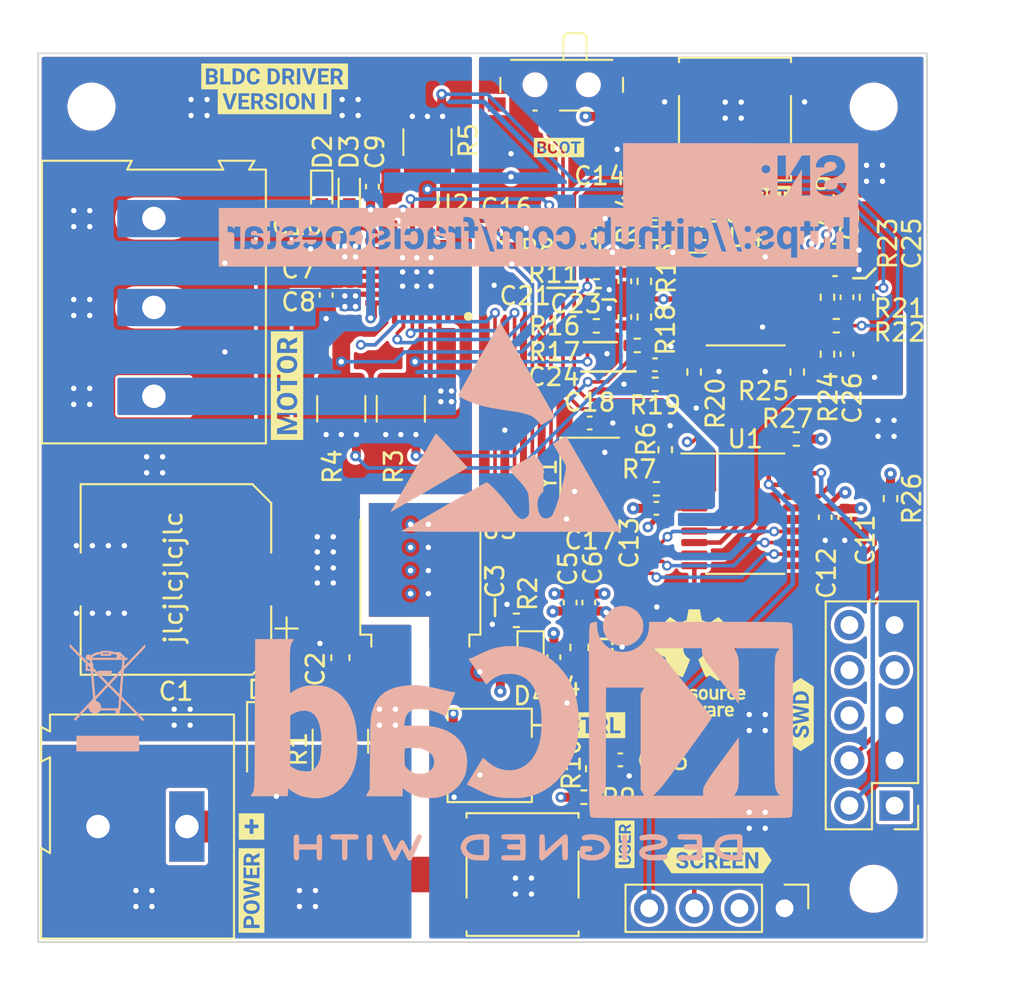
<source format=kicad_pcb>
(kicad_pcb (version 20211014) (generator pcbnew)
  (title_block (title "BLDC sensorless FOC driver") (date "2023-03-20") (rev "1") (comment 4 "AISLER Project ID: FXYNEIUO"))
  (layers (0 "F.Cu" signal) (1 "In1.Cu" signal) (2 "In2.Cu" signal) (3 "In3.Cu" signal) (4 "In4.Cu" signal) (31 "B.Cu" signal) (34 "B.Paste" user) (35 "F.Paste" user) (36 "B.SilkS" user "B.Silkscreen") (37 "F.SilkS" user "F.Silkscreen") (38 "B.Mask" user) (39 "F.Mask" user) (44 "Edge.Cuts" user))
  (net 0 "")
  (net 1 "+3V3")
  (net 2 "GND")
  (net 3 "+3.3VA")
  (net 4 "+24V")
  (net 5 "/NRST")
  (net 6 "/OSC_{OUT}")
  (net 7 "/OSC_{IN}")
  (net 8 "Net-(C9-Pad1)")
  (net 9 "/OP1+")
  (net 10 "/ENA_{DRV}")
  (net 11 "/V_{BOOT}")
  (net 12 "Net-(D1-Pad2)")
  (net 13 "Net-(D4-Pad1)")
  (net 14 "/SENSE_{U}+")
  (net 15 "/SENSE_{V}+")
  (net 16 "/SENSE_{W}+")
  (net 17 "/~{USER_{INPUT}}")
  (net 18 "/OP1-")
  (net 19 "/PWM_{U}")
  (net 20 "/PWM_{W}")
  (net 21 "/PWM_{V}")
  (net 22 "/SWD_{IO}")
  (net 23 "/SWD_{CLK}")
  (net 24 "/I2C_{SCL}")
  (net 25 "/I2C_{SDA}")
  (net 26 "/OUT_{W}")
  (net 27 "/OUT_{V}")
  (net 28 "/OUT_{U}")
  (net 29 "/OP1_{O}")
  (net 30 "/OP2+")
  (net 31 "/OP2-")
  (net 32 "/OP2_{O}")
  (net 39 "/OP3+")
  (net 40 "/OP3-")
  (net 41 "/OP3_{O}")
  (net 45 "/BOOT0_{SW}")
  (net 46 "/BOOT_{0}")
  (net 47 "/OSC_{MCOUT}")
  (net 48 "/ENABLE")
  (net 49 "Net-(R10-Pad2)")
  (net 50 "/SENSE_{U}")
  (net 51 "/SENSE_{V}")
  (net 52 "/SENSE_{W}")
  (net 53 "/SPEED{slash}ANGLE")
  (net 56 "/V_{CP}")
  (net 57 "/V_{pwr}")
  (net 61 "GNDPWR")
  (net 62 "GNDA")
  (net 63 "GNDREF")
  (net 64 "/SENSE_{U}-")
  (net 65 "/SENSE_{V}-")
  (net 66 "/SENSE_{W}-")
  (footprint "Resistor_SMD:R_0402_1005Metric" (layer "F.Cu") (at 134.275 91.7 -90)
    (fp_text reference "R6")
    (fp_text value "10k")
  )
  (footprint "kibuzzard-641818A1" (layer "F.Cu") (at 111 116.5 90)
    (fp_text reference "kibuzzard-641818A1" hide)
    (fp_text value "G***" hide)
  )
  (footprint "MountingHole:MountingHole_2.2mm_M2" (layer "F.Cu") (at 146 72.4)
    (fp_text reference "H1" hide)
    (fp_text value "MountingHole")
  )
  (footprint "kibuzzard-64181824" (layer "F.Cu") (at 140.3 77.4)
    (fp_text reference "kibuzzard-64181824" hide)
    (fp_text value "G***" hide)
  )
  (footprint "Resistor_SMD:R_0402_1005Metric" (layer "F.Cu") (at 133.775 93.9)
    (fp_text reference "R7")
    (fp_text value "47R")
  )
  (footprint "LED_SMD:LED_0603_1608Metric" (layer "F.Cu") (at 126.7 103.4 -90)
    (fp_text reference "D4")
    (fp_text value "LED")
  )
  (footprint "Resistor_SMD:R_0402_1005Metric" (layer "F.Cu") (at 132.7 80.625 180)
    (fp_text reference "R12")
    (fp_text value "2k2")
  )
  (footprint "Symbol:OSHW-Logo_5.7x6mm_SilkScreen" (layer "F.Cu") (at 135.9 103.7)
    (fp_text reference "REF**" hide)
    (fp_text value "OSHW-Logo_5.7x6mm_SilkScreen" hide)
  )
  (footprint "Resistor_SMD:R_0402_1005Metric" (layer "F.Cu") (at 125.15 80.35)
    (fp_text reference "R8")
    (fp_text value "100k")
  )
  (footprint "NetTie:NetTie-2_SMD_Pad0.5mm" (layer "F.Cu") (at 120.25 91.55 -90)
    (fp_text reference "NT4" hide)
    (fp_text value "NetTie_2")
  )
  (footprint "NetTie:NetTie-2_SMD_Pad0.5mm" (layer "F.Cu") (at 120.45 99.8 180)
    (fp_text reference "NT3" hide)
    (fp_text value "NetTie_2")
  )
  (footprint "NetTie:NetTie-2_SMD_Pad2.0mm" (layer "F.Cu") (at 120.5 115.6)
    (fp_text reference "NT2" hide)
    (fp_text value "NetTie_2")
  )
  (footprint "Fiducial:Fiducial_0.5mm_Mask1mm" (layer "F.Cu") (at 116.1 117)
    (fp_text reference "REF**" hide)
    (fp_text value "Fiducial_0.5mm_Mask1mm")
  )
  (footprint "fraciscoestar:PG-TO252-5" (layer "F.Cu") (at 120.5 99.9998)
    (fp_text reference "U3")
    (fp_text value "TLS850C2TEV33" hide)
  )
  (footprint "Capacitor_SMD:C_0402_1005Metric" (layer "F.Cu") (at 125.15 79.25)
    (fp_text reference "C16")
    (fp_text value "5n6")
  )
  (footprint "Capacitor_SMD:C_0402_1005Metric" (layer "F.Cu") (at 143.825 81.575)
    (fp_text reference "C20")
    (fp_text value "100n")
  )
  (footprint "Resistor_SMD:R_0402_1005Metric" (layer "F.Cu") (at 133.1 84.235 90)
    (fp_text reference "R18")
    (fp_text value "2k2")
  )
  (footprint "NetTie:NetTie-2_SMD_Pad0.5mm" (layer "F.Cu") (at 120.45 95.9 180)
    (fp_text reference "NT8" hide)
    (fp_text value "NetTie_2")
  )
  (footprint "kibuzzard-64183623" (layer "F.Cu") (at 113 88.1 90)
    (fp_text reference "kibuzzard-64183623" hide)
    (fp_text value "G***" hide)
  )
  (footprint "Resistor_SMD:R_1210_3225Metric" (layer "F.Cu") (at 116.05 89.4 -90)
    (fp_text reference "R4")
    (fp_text value "0.33")
  )
  (footprint "Capacitor_SMD:C_0402_1005Metric" (layer "F.Cu") (at 131.75 109.15)
    (fp_text reference "C15")
    (fp_text value "100n")
  )
  (footprint "NetTie:NetTie-2_SMD_Pad0.5mm" (layer "F.Cu") (at 116.9 91.55 -90)
    (fp_text reference "NT5" hide)
    (fp_text value "NetTie_2")
  )
  (footprint "Resistor_SMD:R_0402_1005Metric" (layer "F.Cu") (at 133.1 82.225 -90)
    (fp_text reference "R13")
    (fp_text value "2k2")
  )
  (footprint "Capacitor_SMD:C_0402_1005Metric" (layer "F.Cu") (at 117.8 76.9 -90)
    (fp_text reference "C9")
    (fp_text value "10n")
  )
  (footprint "Resistor_SMD:R_0402_1005Metric" (layer "F.Cu") (at 136.4 79.525 180)
    (fp_text reference "R15")
    (fp_text value "0R")
  )
  (footprint "Diode_SMD:D_SOD-523" (layer "F.Cu") (at 116.5 77.15 90)
    (fp_text reference "D3")
    (fp_text value "1N4148")
  )
  (footprint "Resistor_SMD:R_0402_1005Metric" (layer "F.Cu") (at 130.2 109.65 -90)
    (fp_text reference "R10")
    (fp_text value "2k2")
  )
  (footprint "Resistor_SMD:R_0402_1005Metric" (layer "F.Cu") (at 133.7 79.525 180)
    (fp_text reference "R14")
    (fp_text value "2k2")
  )
  (footprint "Capacitor_SMD:C_0402_1005Metric" (layer "F.Cu") (at 115.2 80.9 90)
    (fp_text reference "C7")
    (fp_text value "100n")
  )
  (footprint "Capacitor_SMD:C_0402_1005Metric" (layer "F.Cu") (at 144.5 86.325 -90)
    (fp_text reference "C26")
    (fp_text value "100p")
  )
  (footprint "Capacitor_SMD:C_0603_1608Metric" (layer "F.Cu") (at 116 103.3998 90)
    (fp_text reference "C2")
    (fp_text value "1u")
  )
  (footprint "kibuzzard-6418363F" (layer "F.Cu") (at 137.2 114.8)
    (fp_text reference "kibuzzard-6418363F" hide)
    (fp_text value "G***" hide)
  )
  (footprint "kibuzzard-6418190C" (layer "F.Cu") (at 111 112.9)
    (fp_text reference "kibuzzard-6418190C" hide)
    (fp_text value "G***" hide)
  )
  (footprint "MountingHole:MountingHole_2.2mm_M2" (layer "F.Cu") (at 102 72.4)
    (fp_text reference "H2" hide)
    (fp_text value "MountingHole")
  )
  (footprint "Resistor_SMD:R_0402_1005Metric" (layer "F.Cu") (at 143.4 86.325 90)
    (fp_text reference "R24")
    (fp_text value "2k2")
  )
  (footprint "kibuzzard-6418180F" (layer "F.Cu") (at 128.3 74.7)
    (fp_text reference "kibuzzard-6418180F" hide)
    (fp_text value "G***" hide)
  )
  (footprint "Button_Switch_SMD:SW_SPST_B3S-1000" (layer "F.Cu") (at 126.25 115.6 180)
    (fp_text reference "SW3" hide)
    (fp_text value "SW_Push_45deg")
  )
  (footprint "NetTie:NetTie-2_SMD_Pad0.5mm" (layer "F.Cu") (at 121.7 72.2 90)
    (fp_text reference "NT6" hide)
    (fp_text value "NetTie_2")
  )
  (footprint "kibuzzard-641842EC" (layer "F.Cu") (at 112.3 70.7)
    (fp_text reference "kibuzzard-641842EC" hide)
    (fp_text value "G***" hide)
  )
  (footprint "Inductor_SMD:L_0603_1608Metric" (layer "F.Cu") (at 129.45 102.825 90)
    (fp_text reference "L1")
    (fp_text value "39n")
  )
  (footprint "kibuzzard-64183651" (layer "F.Cu") (at 141.9 106.6 90)
    (fp_text reference "kibuzzard-64183651" hide)
    (fp_text value "G***" hide)
  )
  (footprint "Connector_PinHeader_2.54mm:PinHeader_2x05_P2.54mm_Vertical" (layer "F.Cu") (at 147.175 111.725 180)
    (fp_text reference "J3" hide)
    (fp_text value "Conn_02x05_Odd_Even")
  )
  (footprint "Capacitor_SMD:C_0402_1005Metric" (layer "F.Cu") (at 116 79.1)
    (fp_text reference "C10")
    (fp_text value "220n")
  )
  (footprint "Capacitor_SMD:CP_Elec_10x10.5" (layer "F.Cu") (at 106.75 99 180)
    (fp_text reference "C1")
    (fp_text value "100u")
  )
  (footprint "Capacitor_SMD:C_0402_1005Metric" (layer "F.Cu") (at 129.975 100.3 90)
    (fp_text reference "C6")
    (fp_text value "10n")
  )
  (footprint "Connector_PinHeader_2.54mm:PinHeader_1x04_P2.54mm_Vertical" (layer "F.Cu") (at 140.99 117.5 -90)
    (fp_text reference "J4" hide)
    (fp_text value "Conn_01x04")
  )
  (footprint "fraciscoestar:VFQFPN32" (layer "F.Cu") (at 120.3 81.7 180)
    (fp_text reference "U2")
    (fp_text value "L6230Q")
  )
  (footprint "TerminalBlock:TerminalBlock_Altech_AK300-2_P5.00mm" (layer "F.Cu") (at 107.365 112.9 180)
    (fp_text reference "J1" hide)
    (fp_text value "1x02 Terminal")
  )
  (footprint "Resistor_SMD:R_0402_1005Metric" (layer "F.Cu") (at 145.6 83.125 90)
    (fp_text reference "R21")
    (fp_text value "680")
  )
  (footprint "MountingHole:MountingHole_2.2mm_M2" (layer "F.Cu") (at 146 116.4)
    (fp_text reference "H3" hide)
    (fp_text value "MountingHole")
  )
  (footprint "kibuzzard-64183696" (layer "F.Cu") (at 132 113.9 90)
    (fp_text reference "kibuzzard-64183696" hide)
    (fp_text value "G***" hide)
  )
  (footprint "NetTie:NetTie-2_SMD_Pad0.5mm" (layer "F.Cu") (at 120.45 97.2 180)
    (fp_text reference "NT9" hide)
    (fp_text value "NetTie_2")
  )
  (footprint "Resistor_SMD:R_0402_1005Metric" (layer "F.Cu") (at 130.4 81.725 180)
    (fp_text reference "R11")
    (fp_text value "680")
  )
  (footprint "TerminalBlock:TerminalBlock_Altech_AK300-3_P5.00mm" (layer "F.Cu") (at 105.51 88.695 90)
    (fp_text reference "J2" hide)
    (fp_text value "1x03 Terminal")
  )
  (footprint "Capacitor_SMD:C_0402_1005Metric" (layer "F.Cu") (at 128.0125 103.375 90)
    (fp_text reference "C4")
    (fp_text value "1u")
  )
  (footprint "Capacitor_SMD:C_0402_1005Metric" (layer "F.Cu") (at 133.7 78.425)
    (fp_text reference "C22")
    (fp_text value "100p")
  )
  (footprint "Resistor_SMD:R_1210_3225Metric" (layer "F.Cu") (at 120.9 74.4 90)
    (fp_text reference "R5")
    (fp_text value "0.33")
  )
  (footprint "Resistor_SMD:R_0402_1005Metric" (layer "F.Cu") (at 146.95 94.45 -90)
    (fp_text reference "R26")
    (fp_text value "4k7")
  )
  (footprint "Capacitor_SMD:C_0402_1005Metric" (layer "F.Cu") (at 130.025 95.6 180)
    (fp_text reference "C17")
    (fp_text value "30p")
  )
  (footprint "Resistor_SMD:R_0402_1005Metric" (layer "F.Cu") (at 141.65 91.1 180)
    (fp_text reference "R27")
    (fp_text value "4k7")
  )
  (footprint "Capacitor_SMD:C_0402_1005Metric" (layer "F.Cu") (at 115.2 83 -90)
    (fp_text reference "C8")
    (fp_text value "100n")
  )
  (footprint "Resistor_SMD:R_0402_1005Metric" (layer "F.Cu") (at 133.71 88.025 180)
    (fp_text reference "R19")
    (fp_text value "2k2")
  )
  (footprint "Resistor_SMD:R_0402_1005Metric" (layer "F.Cu") (at 143.9 84.725)
    (fp_text reference "R22")
    (fp_text value "2k2")
  )
  (footprint "Capacitor_SMD:C_0402_1005Metric" (layer "F.Cu") (at 132.461 75.311 90)
    (fp_text reference "C14")
    (fp_text value "100n")
  )
  (footprint "Capacitor_SMD:C_0603_1608Metric" (layer "F.Cu") (at 125 103.3998 90)
    (fp_text reference "C3")
    (fp_text value "4u7")
  )
  (footprint "Capacitor_SMD:C_0402_1005Metric" (layer "F.Cu") (at 143.825 80.475)
    (fp_text reference "C19")
    (fp_text value "4u7")
  )
  (footprint "Capacitor_SMD:C_0402_1005Metric" (layer "F.Cu") (at 143.275 95.5 -90)
    (fp_text reference "C12")
    (fp_text value "100n")
  )
  (footprint "Button_Switch_SMD:SW_SPDT_PCM12" (layer "F.Cu") (at 128.45 71.5 180)
    (fp_text reference "SW2" hide)
    (fp_text value "SW_SPDT")
  )
  (footprint "Resistor_SMD:R_0402_1005Metric" (layer "F.Cu") (at 130.4 84.735 180)
    (fp_text reference "R16")
    (fp_text value "680")
  )
  (footprint "Capacitor_SMD:C_0402_1005Metric" (layer "F.Cu") (at 132 82.225 90)
    (fp_text reference "C21")
    (fp_text value "680p")
  )
  (footprint "Resistor_SMD:R_0402_1005Metric" (layer "F.Cu") (at 125.9 101.3)
    (fp_text reference "R2")
    (fp_text value "2k2")
  )
  (footprint "Resistor_SMD:R_1210_3225Metric" (layer "F.Cu") (at 119.4 89.4 -90)
    (fp_text reference "R3")
    (fp_text value "0.33")
  )
  (footprint "NetTie:NetTie-2_SMD_Pad0.5mm" (layer "F.Cu") (at 120.45 98.5 180)
    (fp_text reference "NT7" hide)
    (fp_text value "NetTie_2")
  )
  (footprint "Capacitor_SMD:C_0402_1005Metric" (layer "F.Cu") (at 133.7 86.925)
    (fp_text reference "C24")
    (fp_text value "100p")
  )
  (footprint "Resistor_SMD:R_0402_1005Metric" (layer "F.Cu") (at 132.7 85.835 180)
    (fp_text reference "R17")
    (fp_text value "2k2")
  )
  (footprint "Resistor_SMD:R_0402_1005Metric" (layer "F.Cu") (at 129.7 111.25 180)
    (fp_text reference "R9")
    (fp_text value "10k")
  )
  (footprint "Package_SO:TSSOP-20_4.4x6.5mm_P0.65mm" (layer "F.Cu") (at 138.775 95.3)
    (fp_text reference "U1")
    (fp_text value "STM32F030F4Px")
  )
  (footprint "Capacitor_SMD:C_0402_1005Metric" (layer "F.Cu") (at 144.5 83.125 -90)
    (fp_text reference "C25")
    (fp_text value "680p")
  )
  (footprint "Package_TO_SOT_SMD:SOT-23" (layer "F.Cu") (at 116 108.1 90)
    (fp_text reference "Q1")
    (fp_text value "Q_PMOS_GDS")
  )
  (footprint "NetTie:NetTie-2_SMD_Pad2.0mm" (layer "F.Cu") (at 102.4 107.5 90)
    (fp_text reference "NT1" hide)
    (fp_text value "NetTie_2")
  )
  (footprint "Resistor_SMD:R_0402_1005Metric" (layer "F.Cu") (at 143.4 83.125 90)
    (fp_text reference "R23")
    (fp_text value "2k2")
  )
  (footprint "kibuzzard-641842DD" (layer "F.Cu") (at 112.3 72.1)
    (fp_text reference "kibuzzard-641842DD" hide)
    (fp_text value "G***" hide)
  )
  (footprint "Button_Switch_SMD:SW_SPST_B3S-1000" (layer "F.Cu") (at 138.2 73.1)
    (fp_text reference "SW1" hide)
    (fp_text value "RST_SW")
  )
  (footprint "Fiducial:Fiducial_0.5mm_Mask1mm" (layer "F.Cu") (at 139.5 109.9)
    (fp_text reference "REF**" hide)
    (fp_text value "Fiducial_0.5mm_Mask1mm")
  )
  (footprint "Diode_SMD:D_SOD-523" (layer "F.Cu") (at 114.95 77.15 -90)
    (fp_text reference "D2")
    (fp_text value "1N4148")
  )
  (footprint "Resistor_SMD:R_0402_1005Metric" (layer "F.Cu") (at 113.6 110.5 90)
    (fp_text reference "R1")
    (fp_text value "10k")
  )
  (footprint "Capacitor_SMD:C_0402_1005Metric" (layer "F.Cu") (at 133.775 95 180)
    (fp_text reference "C13")
    (fp_text value "100n")
  )
  (footprint "Resistor_SMD:R_0402_1005Metric" (layer "F.Cu") (at 141.7 87.325 90)
    (fp_text reference "R25")
    (fp_text value "0R")
  )
  (footprint "Capacitor_SMD:C_0402_1005Metric" (layer "F.Cu") (at 132 84.235 -90)
    (fp_text reference "C23")
    (fp_text value "680p")
  )
  (footprint "Diode_SMD:D_SOD-123" (layer "F.Cu") (at 111.75 108.15 -90)
    (fp_text reference "D1")
    (fp_text value "24V")
  )
  (footprint "Crystal:Crystal_SMD_3225-4Pin_3.2x2.5mm" (layer "F.Cu") (at 130.025 93.025 -90)
    (fp_text reference "Y1")
    (fp_text value "48MHz")
  )
  (footprint "Capacitor_SMD:C_0402_1005Metric" (layer "F.Cu") (at 128.925 100.3 90)
    (fp_text reference "C5")
    (fp_text value "1u")
  )
  (footprint "Fiducial:Fiducial_0.5mm_Mask1mm" (layer "F.Cu") (at 113.1 76.6)
    (fp_text reference "REF**" hide)
    (fp_text value "Fiducial_0.5mm_Mask1mm")
  )
  (footprint "Capacitor_SMD:C_0402_1005Metric" (layer "F.Cu") (at 130.025 90.2)
    (fp_text reference "C18")
    (fp_text value "30p")
  )
  (footprint "Package_SO:TSSOP-14_4.4x5mm_P0.65mm" (layer "F.Cu") (at 138.8 83.225)
    (fp_text reference "U4")
    (fp_text value "TSV994")
  )
  (footprint "Fiducial:Fiducial_0.5mm_Mask1mm" (layer "F.Cu") (at 140.9 79.1)
    (fp_text reference "REF**" hide)
    (fp_text value "Fiducial_0.5mm_Mask1mm")
  )
  (footprint "Potentiometer_SMD:Potentiometer_Bourns_3314S_Horizontal" (layer "F.Cu") (at 124.4 108.9 90)
    (fp_text reference "RV1" hide)
    (fp_text value "R_Potentiometer")
  )
  (footprint "kibuzzard-64183661" (layer "F.Cu") (at 130 107.2)
    (fp_text reference "kibuzzard-64183661" hide)
    (fp_text value "G***" hide)
  )
  (footprint "Resistor_SMD:R_0402_1005Metric" (layer "F.Cu") (at 135.9 87.325 90)
    (fp_text reference "R20")
    (fp_text value "0R")
  )
  (footprint "Capacitor_SMD:C_0402_1005Metric" (layer "F.Cu") (at 144.375 95.5 -90)
    (fp_text reference "C11")
    (fp_text value "4u7")
  )
  (footprint "Symbol:KiCad-Logo2_12mm_SilkScreen" (layer "B.Cu") (at 126.214893 106.417106 180)
    (fp_text reference "REF**" hide)
    (fp_text value "KiCad-Logo2_12mm_SilkScreen" hide)
  )
  (footprint "Symbol:WEEE-Logo_4.2x6mm_SilkScreen" (layer "B.Cu") (at 102.9 105.65 180)
    (fp_text reference "REF**" hide)
    (fp_text value "WEEE-Logo_4.2x6mm_SilkScreen" hide)
  )
  (footprint "kibuzzard-641879B1" (layer "B.Cu") (at 127.15 79.75 180)
    (fp_text reference "kibuzzard-641879B1" hide)
    (fp_text value "G***" hide)
  )
  (footprint "Symbol:ESD-Logo_13.2x12mm_SilkScreen" (layer "B.Cu") (at 125.3 90.4 180)
    (fp_text reference "REF**" hide)
    (fp_text value "ESD-Logo_13.2x12mm_SilkScreen" hide)
  )
  (footprint "kibuzzard-641877D0" (layer "B.Cu") (at 142.08 76.28 180)
    (fp_text reference "kibuzzard-641877D0" hide)
    (fp_text value "G***" hide)
  )
  (gr_rect (start 138.98 74.53) (end 131.98 78.03) (layer "B.SilkS") (width 0.15) (fill solid))
  (gr_line (start 124.7 100.1) (end 124.7 101.05) (layer "F.SilkS") (width 0.15))
  (gr_line (start 128 107.2) (end 126.8 107.2) (layer "F.SilkS") (width 0.15))
  (gr_line (start 127.65 82.6) (end 129.45 82.6) (layer "F.SilkS") (width 0.15))
  (gr_line (start 131.65 81.1) (end 130.6 81.1) (layer "F.SilkS") (width 0.15))
  (gr_line (start 145.55 82.05) (end 144.85 82.05) (layer "F.SilkS") (width 0.15))
  (gr_line (start 131.5 83.35) (end 131.4 83.25) (layer "F.SilkS") (width 0.15))
  (gr_line (start 131.4 83.25) (end 130.75 83.25) (layer "F.SilkS") (width 0.15))
  (gr_line (start 129.7 85.65) (end 131.55 85.65) (layer "F.SilkS") (width 0.15))
  (gr_line (start 130.35 82.6) (end 130.65 82.6) (layer "F.SilkS") (width 0.15))
  (gr_line (start 130.6 81.1) (end 130.6 80.2) (layer "F.SilkS") (width 0.15))
  (gr_line (start 146.1 81.5) (end 145.55 82.05) (layer "F.SilkS") (width 0.15))
  (gr_line (start 129.55 87.3) (end 132.6 87.3) (layer "F.SilkS") (width 0.15))
  (gr_rect (start 99 69.4) (end 149 119.4) (layer "Edge.Cuts") (width 0.1) (fill none))
  (gr_text "jlcjlcjlcjlc" (at 106.6 98.9 90) (layer "F.SilkS") (effects (font (size 1 1))))
  (segment (start 143.23 94.975) (end 143.275 95.02) (width 0.3048) (layer "F.Cu") (net 1))
  (segment (start 128.0125 103.855) (end 129.2075 103.855) (width 0.508) (layer "F.Cu") (net 1))
  (segment (start 122.35 106.55) (end 122.35 107.725) (width 0.508) (layer "F.Cu") (net 1))
  (segment (start 141.6375 94.975) (end 143.23 94.975) (width 0.3048) (layer "F.Cu") (net 1))
  (segment (start 129.2075 103.855) (end 129.45 103.6125) (width 0.508) (layer "F.Cu") (net 1))
  (segment (start 145.264 95.02) (end 145.288 94.996) (width 0.508) (layer "F.Cu") (net 1))
  (segment (start 128.0125 103.855) (end 127.0325 103.855) (width 0.508) (layer "F.Cu") (net 1))
  (segment (start 144.399 94.107) (end 144.188 94.107) (width 0.3048) (layer "F.Cu") (net 1))
  (segment (start 143.05 91.1) (end 142.16 91.1) (width 0.508) (layer "F.Cu") (net 1))
  (segment (start 143.275 95.02) (end 144.375 95.02) (width 0.3048) (layer "F.Cu") (net 1))
  (segment (start 122.35 107.725) (end 122.375 107.75) (width 0.508) (layer "F.Cu") (net 1))
  (segment (start 129.8 72.95) (end 130.68 72.95) (width 0.508) (layer "F.Cu") (net 1))
  (segment (start 130.68 72.95) (end 130.7 72.93) (width 0.508) (layer "F.Cu") (net 1))
  (segment (start 125 104.1748) (end 125 105.3) (width 0.508) (layer "F.Cu") (net 1))
  (segment (start 129.19 111.25) (end 128.4 111.25) (width 0.508) (layer "F.Cu") (net 1))
  (segment (start 144.375 95.02) (end 145.264 95.02) (width 0.508) (layer "F.Cu") (net 1))
  (segment (start 146.95 93.05) (end 146.95 93.94) (width 0.508) (layer "F.Cu") (net 1))
  (segment (start 144.188 94.107) (end 143.275 95.02) (width 0.3048) (layer "F.Cu") (net 1))
  (segment (start 127.0325 103.855) (end 126.7 104.1875) (width 0.508) (layer "F.Cu") (net 1))
  (via (at 129.8 72.95) (size 0.7) (drill 0.3) (layers "F.Cu" "B.Cu") (net 1))
  (via (at 146.95 93.05) (size 0.7) (drill 0.3) (layers "F.Cu" "B.Cu") (net 1))
  (via (at 123.85 104.2) (size 0.7) (drill 0.3) (layers "F.Cu" "B.Cu") (net 1))
  (via (at 128.4 111.25) (size 0.6) (drill 0.3) (layers "F.Cu" "B.Cu") (net 1))
  (via (at 144.399 94.107) (size 0.7) (drill 0.3) (layers "F.Cu" "B.Cu") (net 1))
  (via (at 143.05 91.1) (size 0.7) (drill 0.3) (layers "F.Cu" "B.Cu") (net 1))
  (via (at 145.288 94.996) (size 0.7) (drill 0.3) (layers "F.Cu" "B.Cu") (net 1))
  (via (at 125 105.3) (size 0.7) (drill 0.3) (layers "F.Cu" "B.Cu") (net 1))
  (via (at 122.35 106.55) (size 0.6) (drill 0.3) (layers "F.Cu" "B.Cu") (net 1))
  (segment (start 122.4 110.075) (end 122.375 110.05) (width 0.508) (layer "F.Cu") (net 2))
  (segment (start 125.39 100.415) (end 125.375 100.4) (width 0.508) (layer "F.Cu") (net 2))
  (segment (start 132.461 74.831) (end 131.6 74.831) (width 0.508) (layer "F.Cu") (net 2))
  (segment (start 131.6 74.831) (end 131.572 74.803) (width 0.508) (layer "F.Cu") (net 2))
  (segment (start 125 102.6248) (end 125 102.6) (width 0.508) (layer "F.Cu") (net 2))
  (segment (start 132.25 109.17) (end 132.23 109.15) (width 0.508) (layer "F.Cu") (net 2))
  (segment (start 144.375 95.98) (end 144.375 96.8) (width 0.508) (layer "F.Cu") (net 2))
  (segment (start 124.55 102.15) (end 124.55 101.525) (width 0.508) (layer "F.Cu") (net 2))
  (segment (start 132.25 110.05) (end 132.25 109.17) (width 0.508) (layer "F.Cu") (net 2))
  (segment (start 129.545 95.6) (end 128.725 95.6) (width 0.508) (layer "F.Cu") (net 2))
  (segment (start 122.4 111.25) (end 122.4 110.075) (width 0.508) (layer "F.Cu") (net 2))
  (segment (start 125 102.6) (end 124.55 102.15) (width 0.508) (layer "F.Cu") (net 2))
  (segment (start 143.275 95.98) (end 143.275 96.8) (width 0.508) (layer "F.Cu") (net 2))
  (segment (start 130.505 90.2) (end 131.325 90.2) (width 0.508) (layer "F.Cu") (net 2))
  (segment (start 125.39 101.3) (end 125.39 100.415) (width 0.508) (layer "F.Cu") (net 2))
  (segment (start 126.45 79.25) (end 125.63 79.25) (width 0.508) (layer "F.Cu") (net 2))
  (via (at 125.375 100.4) (size 0.7) (drill 0.3) (layers "F.Cu" "B.Cu") (net 2))
  (via (at 125.6 75.05) (size 0.6) (drill 0.3) (layers "F.Cu" "B.Cu") (net 2))
  (via (at 123.85 110) (size 0.7) (drill 0.3) (layers "F.Cu" "B.Cu") (net 2))
  (via (at 139 107.5) (size 0.7) (drill 0.3) (layers "F.Cu" "B.Cu") (net 2))
  (via (at 125.85 115.8) (size 0.7) (drill 0.3) (layers "F.Cu" "B.Cu") (net 2))
  (via (at 120.95 97.2) (size 0.6) (drill 0.3) (layers "F.Cu" "B.Cu") (net 2))
  (via (at 146.25 90.95) (size 0.7) (drill 0.3) (layers "F.Cu" "B.Cu") (net 2))
  (via (at 145.6 75.7) (size 0.7) (drill 0.3) (layers "F.Cu" "B.Cu") (net 2))
  (via (at 139.9 107.5) (size 0.7) (drill 0.3) (layers "F.Cu" "B.Cu") (net 2))
  (via (at 134.55 90.35) (size 0.7) (drill 0.3) (layers "F.Cu" "B.Cu") (net 2))
  (via (at 146.5 75.7) (size 0.7) (drill 0.3) (layers "F.Cu" "B.Cu") (net 2))
  (via (at 128.725 95.6) (size 0.7) (drill 0.3) (layers "F.Cu" "B.Cu") (net 2))
  (via (at 131.85 102.8) (size 0.7) (drill 0.3) (layers "F.Cu" "B.Cu") (net 2))
  (via (at 137.65 72.15) (size 0.7) (drill 0.3) (layers "F.Cu" "B.Cu") (net 2))
  (via (at 124.65 82.45) (size 0.7) (drill 0.3) (layers "F.Cu" "B.Cu") (net 2))
  (via (at 125.25 90.6) (size 0.56) (drill 0.3) (layers "F.Cu" "B.Cu") (net 2))
  (via (at 132.25 110.05) (size 0.6) (drill 0.3) (layers "F.Cu" "B.Cu") (net 2))
  (via (at 138.55 73.05) (size 0.7) (drill 0.3) (layers "F.Cu" "B.Cu") (net 2))
  (via (at 146.5 76.6) (size 0.7) (drill 0.3) (layers "F.Cu" "B.Cu") (net 2))
  (via (at 129.175 94.05) (size 0.7) (drill 0.3) (layers "F.Cu" "B.Cu") (net 2))
  (via (at 139 106.6) (size 0.7) (drill 0.3) (layers "F.Cu" "B.Cu") (net 2))
  (via (at 131.325 90.2) (size 0.7) (drill 0.3) (layers "F.Cu" "B.Cu") (net 2))
  (via (at 120.95 99.8) (size 0.6) (drill 0.3) (layers "F.Cu" "B.Cu") (net 2))
  (via (at 143.275 96.8) (size 0.7) (drill 0.3) (layers "F.Cu" "B.Cu") (net 2))
  (via (at 128.75 105.95) (size 0.7) (drill 0.3) (layers "F.Cu" "B.Cu") (net 2))
  (via (at 124.55 101.525) (size 0.7) (drill 0.3) (layers "F.Cu" "B.Cu") (net 2))
  (via (at 131.572 74.803) (size 0.6) (drill 0.3) (layers "F.Cu" "B.Cu") (net 2))
  (via (at 139.9 106.6) (size 0.7) (drill 0.3) (layers "F.Cu" "B.Cu") (net 2))
  (via (at 133.8 100.55) (size 0.7) (drill 0.3) (layers "F.Cu" "B.Cu") (net 2))
  (via (at 134.239 72.136) (size 0.6) (drill 0.3) (layers "F.Cu" "B.Cu") (net 2))
  (via (at 122.4 111.25) (size 0.6) (drill 0.3) (layers "F.Cu" "B.Cu") (net 2))
  (via (at 126.75 115.8) (size 0.7) (drill 0.3) (layers "F.Cu" "B.Cu") (net 2))
  (via (at 146.25 90.05) (size 0.7) (drill 0.3) (layers "F.Cu" "B.Cu") (net 2))
  (via (at 147.15 90.95) (size 0.7) (drill 0.3) (layers "F.Cu" "B.Cu") (net 2))
  (via (at 120.95 98.5) (size 0.6) (drill 0.3) (layers "F.Cu" "B.Cu") (net 2))
  (via (at 125.85 116.7) (size 0.7) (drill 0.3) (layers "F.Cu" "B.Cu") (net 2))
  (via (at 120.95 95.9) (size 0.6) (drill 0.3) (layers "F.Cu" "B.Cu") (net 2))
  (via (at 126.45 79.25) (size 0.7) (drill 0.3) (layers "F.Cu" "B.Cu") (net 2))
  (via (at 145.6 76.6) (size 0.7) (drill 0.3) (layers "F.Cu" "B.Cu") (net 2))
  (via (at 137.65 73.05) (size 0.7) (drill 0.3) (layers "F.Cu" "B.Cu") (net 2))
  (via (at 144.375 96.8) (size 0.7) (drill 0.3) (layers "F.Cu" "B.Cu") (net 2))
  (via (at 130.875 91.85) (size 0.7) (drill 0.3) (layers "F.Cu" "B.Cu") (net 2))
  (via (at 126.75 116.7) (size 0.7) (drill 0.3) (layers "F.Cu" "B.Cu") (net 2))
  (via (at 147.15 90.05) (size 0.7) (drill 0.3) (layers "F.Cu" "B.Cu") (net 2))
  (via (at 142.113 72.136) (size 0.6) (drill 0.3) (layers "F.Cu" "B.Cu") (net 2))
  (via (at 139.9 112.1) (size 0.7) (drill 0.3) (layers "F.Cu" "B.Cu") (net 2))
  (via (at 138.55 72.15) (size 0.7) (drill 0.3) (layers "F.Cu" "B.Cu") (net 2))
  (via (at 139 113) (size 0.7) (drill 0.3) (layers "F.Cu" "B.Cu") (net 2))
  (via (at 139 112.1) (size 0.7) (drill 0.3) (layers "F.Cu" "B.Cu") (net 2))
  (via (at 139.9 113) (size 0.7) (drill 0.3) (layers "F.Cu" "B.Cu") (net 2))
  (segment (start 142.5 80.1) (end 142.5 80.73521) (width 0.3048) (layer "F.Cu") (net 3))
  (segment (start 134.175 83.225) (end 133.15 83.225) (width 0.3048) (layer "F.Cu") (net 3))
  (segment (start 135.9125 94.975) (end 134.28 94.975) (width 0.3048) (layer "F.Cu") (net 3))
  (segment (start 143.35 79.6) (end 143.35 80.47) (width 0.3048) (layer "F.Cu") (net 3))
  (segment (start 127.97 100.78) (end 127.95 100.8) (width 0.508) (layer "F.Cu") (net 3))
  (segment (start 135.9375 83.225) (end 134.175 83.225) (width 0.3048) (layer "F.Cu") (net 3))
  (segment (start 143.33979 81.575) (end 143.345 81.575) (width 0.3048) (layer "F.Cu") (net 3))
  (segment (start 128.925 100.78) (end 127.97 100.78) (width 0.508) (layer "F.Cu") (net 3))
  (segment (start 133.1 83.175) (end 133.1 83.725) (width 0.508) (layer "F.Cu") (net 3))
  (segment (start 142.5 80.73521) (end 143.33979 81.575) (width 0.3048) (layer "F.Cu") (net 3))
  (segment (start 134.28 94.975) (end 134.255 95) (width 0.3048) (layer "F.Cu") (net 3))
  (segment (start 143.345 81.575) (end 143.345 80.475) (width 0.3048) (layer "F.Cu") (net 3))
  (segment (start 133.1 82.735) (end 133.1 83.175) (width 0.508) (layer "F.Cu") (net 3))
  (segment (start 129.45 102.0375) (end 129.45 100.801) (width 0.508) (layer "F.Cu") (net 3))
  (segment (start 143.345 81.575) (end 143.345 82.56) (width 0.3048) (layer "F.Cu") (net 3))
  (segment (start 129.45 100.801) (end 129.471 100.78) (width 0.508) (layer "F.Cu") (net 3))
  (segment (start 130.88 100.78) (end 130.95 100.85) (width 0.508) (layer "F.Cu") (net 3))
  (segment (start 134.255 95) (end 134.255 95.095) (width 0.3048) (layer "F.Cu") (net 3))
  (segment (start 133.15 83.225) (end 133.1 83.175) (width 0.3048) (layer "F.Cu") (net 3))
  (segment (start 134.255 95.095) (end 133.3 96.05) (width 0.3048) (layer "F.Cu") (net 3))
  (segment (start 143.345 82.56) (end 143.4 82.615) (width 0.3048) (layer "F.Cu") (net 3))
  (segment (start 129.975 100.78) (end 130.88 100.78) (width 0.508) (layer "F.Cu") (net 3))
  (segment (start 143.35 80.47) (end 143.345 80.475) (width 0.3048) (layer "F.Cu") (net 3))
  (segment (start 129.471 100.78) (end 129.975 100.78) (width 0.508) (layer "F.Cu") (net 3))
  (segment (start 128.925 100.78) (end 129.471 100.78) (width 0.508) (layer "F.Cu") (net 3))
  (via (at 134.175 83.225) (size 0.6) (drill 0.3) (layers "F.Cu" "B.Cu") (net 3))
  (via (at 127.95 100.8) (size 0.7) (drill 0.3) (layers "F.Cu" "B.Cu") (net 3))
  (via (at 130.95 100.85) (size 0.7) (drill 0.3) (layers "F.Cu" "B.Cu") (net 3))
  (via (at 143.35 79.6) (size 0.6) (drill 0.3) (layers "F.Cu" "B.Cu") (net 3))
  (via (at 142.5 80.1) (size 0.6) (drill 0.3) (layers "F.Cu" "B.Cu") (net 3))
  (via (at 133.3 96.05) (size 0.6) (drill 0.3) (layers "F.Cu" "B.Cu") (net 3))
  (segment (start 137.033 91.821) (end 136.144 90.932) (width 0.2032) (layer "F.Cu") (net 5))
  (segment (start 132.461 75.791) (end 133.784 75.791) (width 0.2032) (layer "F.Cu") (net 5))
  (segment (start 137.033 93.98) (end 137.033 91.821) (width 0.2032) (layer "F.Cu") (net 5))
  (segment (start 136.144 90.932) (end 134.112 88.9) (width 0.2032) (layer "F.Cu") (net 5))
  (segment (start 129.921 88.9) (end 129.159 88.138) (width 0.2032) (layer "F.Cu") (net 5))
  (segment (start 135.8138 91.2622) (end 135.509 91.2622) (width 0.2032) (layer "F.Cu") (net 5))
  (segment (start 134.225 75.35) (end 142.175 75.35) (width 0.2032) (layer "F.Cu") (net 5))
  (segment (start 135.9125 94.325) (end 136.688 94.325) (width 0.2032) (layer "F.Cu") (net 5))
  (segment (start 129.159 88.138) (end 129.159 77.343) (width 0.2032) (layer "F.Cu") (net 5))
  (segment (start 134.112 88.9) (end 129.921 88.9) (width 0.2032) (layer "F.Cu") (net 5))
  (segment (start 130.683 75.819) (end 132.433 75.819) (width 0.2032) (layer "F.Cu") (net 5))
  (segment (start 133.784 75.791) (end 134.225 75.35) (width 0.2032) (layer "F.Cu") (net 5))
  (segment (start 136.688 94.325) (end 137.033 93.98) (width 0.2032) (layer "F.Cu") (net 5))
  (segment (start 129.159 77.343) (end 130.683 75.819) (width 0.2032) (layer "F.Cu") (net 5))
  (segment (start 132.433 75.819) (end 132.461 75.791) (width 0.2032) (layer "F.Cu") (net 5))
  (segment (start 136.144 90.932) (end 135.8138 91.2622) (width 0.2032) (layer "F.Cu") (net 5))
  (via (at 135.509 91.2622) (size 0.6) (drill 0.3) (layers "F.Cu" "B.Cu") (net 5))
  (segment (start 130.875 95.23) (end 130.505 95.6) (width 0.3048) (layer "F.Cu") (net 6))
  (segment (start 131.1 93.9) (end 130.875 94.125) (width 0.3048) (layer "F.Cu") (net 6))
  (segment (start 130.875 94.125) (end 130.875 95.23) (width 0.3048) (layer "F.Cu") (net 6))
  (segment (start 133.265 93.9) (end 131.1 93.9) (width 0.3048) (layer "F.Cu") (net 6))
  (segment (start 135.9125 93.025) (end 130.025 93.025) (width 0.3048) (layer "F.Cu") (net 7))
  (segment (start 129.175 92.175) (end 129.175 91.8) (width 0.3048) (layer "F.Cu") (net 7))
  (segment (start 130.025 93.025) (end 129.175 92.175) (width 0.3048) (layer "F.Cu") (net 7))
  (segment (start 129.175 91.925) (end 129.175 90.57) (width 0.254) (layer "F.Cu") (net 7))
  (segment (start 129.175 90.57) (end 129.545 90.2) (width 0.254) (layer "F.Cu") (net 7))
  (segment (start 116.53 76.42) (end 116.5 76.45) (width 0.508) (layer "F.Cu") (net 8))
  (segment (start 116.5 76.45) (end 114.95 76.45) (width 0.508) (layer "F.Cu") (net 8))
  (segment (start 117.8 76.42) (end 116.53 76.42) (width 0.508) (layer "F.Cu") (net 8))
  (segment (start 133.815 81.715) (end 134.675 82.575) (width 0.3048) (layer "F.Cu") (net 9))
  (segment (start 131.98 81.725) (end 132 81.745) (width 0.3048) (layer "F.Cu") (net 9))
  (segment (start 132 81.745) (end 133.07 81.745) (width 0.3048) (layer "F.Cu") (net 9))
  (segment (start 133.07 81.745) (end 133.1 81.715) (width 0.3048) (layer "F.Cu") (net 9))
  (segment (start 133.1 81.715) (end 133.815 81.715) (width 0.3048) (layer "F.Cu") (net 9))
  (segment (start 130.91 81.725) (end 131.98 81.725) (width 0.3048) (layer "F.Cu") (net 9))
  (segment (start 134.675 82.575) (end 135.9375 82.575) (width 0.3048) (layer "F.Cu") (net 9))
  (segment (start 124.67 80.32) (end 124.64 80.35) (width 0.2032) (layer "F.Cu") (net 10))
  (segment (start 124.67 79.25) (end 122.05 79.25) (width 0.2032) (layer "F.Cu") (net 10))
  (segment (start 124.67 79.25) (end 124.67 80.32) (width 0.2032) (layer "F.Cu") (net 10))
  (segment (start 116.48 79.1) (end 117.45 79.1) (width 0.508) (layer "F.Cu") (net 11))
  (segment (start 116.48 77.87) (end 116.5 77.85) (width 0.508) (layer "F.Cu") (net 11))
  (segment (start 117.85 79.5) (end 117.85 79.846) (width 0.508) (layer "F.Cu") (net 11))
  (segment (start 117.45 79.1) (end 117.85 79.5) (width 0.508) (layer "F.Cu") (net 11))
  (segment (start 116.48 79.1) (end 116.48 77.87) (width 0.508) (layer "F.Cu") (net 11))
  (segment (start 112.96 110.06) (end 112.7 109.8) (width 0.508) (layer "F.Cu") (net 12))
  (segment (start 112.7 109.8) (end 111.75 109.8) (width 0.508) (layer "F.Cu") (net 12))
  (segment (start 114.69 110.06) (end 115.05 109.7) (width 0.508) (layer "F.Cu") (net 12))
  (segment (start 113.6 110.06) (end 112.96 110.06) (width 0.508) (layer "F.Cu") (net 12))
  (segment (start 115.05 109.7) (end 115.05 109.0375) (width 0.508) (layer "F.Cu") (net 12))
  (segment (start 113.6 110.06) (end 114.69 110.06) (width 0.508) (layer "F.Cu") (net 12))
  (segment (start 126.7 101.59) (end 126.41 101.3) (width 0.508) (layer "F.Cu") (net 13))
  (segment (start 126.7 102.6125) (end 126.7 101.59) (width 0.508) (layer "F.Cu") (net 13))
  (segment (start 129.9 86.75) (end 129.9 84.745) (width 0.2032) (layer "F.Cu") (net 14))
  (segment (start 120.2 87.1375) (end 119.4 87.9375) (width 0.508) (layer "F.Cu") (net 14))
  (segment (start 129.9 84.745) (end 129.89 84.735) (width 0.2032) (layer "F.Cu") (net 14))
  (segment (start 120.2 86.75) (end 120.2 87.1375) (width 0.508) (layer "F.Cu") (net 14))
  (via (at 129.9 86.75) (size 0.56) (drill 0.3) (layers "F.Cu" "B.Cu") (net 14))
  (via (at 120.2 86.75) (size 0.6) (drill 0.3) (layers "F.Cu" "B.Cu") (net 14))
  (segment (start 129.9 86.75) (end 120.2 86.75) (width 0.2032) (layer "B.Cu") (net 14))
  (segment (start 129.89 82.519) (end 129.89 81.725) (width 0.2032) (layer "F.Cu") (net 15))
  (via (at 129.89 82.519) (size 0.56) (drill 0.3) (layers "F.Cu" "B.Cu") (net 15))
  (via (at 116.05 86.75) (size 0.6) (drill 0.3) (layers "F.Cu" "B.Cu") (net 15))
  (segment (start 119.6016 86.1984) (end 119.05 86.75) (width 0.2032) (layer "B.Cu") (net 15))
  (segment (start 120.428481 86.1984) (end 119.6016 86.1984) (width 0.2032) (layer "B.Cu") (net 15))
  (segment (start 126.2 86.2) (end 120.430081 86.2) (width 0.2032) (layer "B.Cu") (net 15))
  (segment (start 129.881 82.519) (end 126.2 86.2) (width 0.2032) (layer "B.Cu") (net 15))
  (segment (start 119.05 86.75) (end 116.05 86.75) (width 0.2032) (layer "B.Cu") (net 15))
  (segment (start 120.430081 86.2) (end 120.428481 86.1984) (width 0.2032) (layer "B.Cu") (net 15))
  (segment (start 129.89 82.519) (end 129.881 82.519) (width 0.2032) (layer "B.Cu") (net 15))
  (segment (start 145.615 82.6) (end 145.6 82.615) (width 0.2032) (layer "F.Cu") (net 16))
  (segment (start 146.55 82.6) (end 145.615 82.6) (width 0.2032) (layer "F.Cu") (net 16))
  (via (at 146.55 82.6) (size 0.56) (drill 0.3) (layers "F.Cu" "B.Cu") (net 16))
  (via (at 120.9 77.05) (size 0.6) (drill 0.3) (layers "F.Cu" "B.Cu") (net 16))
  (segment (start 146.55 82.6) (end 146.55 79.75) (width 0.2032) (layer "B.Cu") (net 16))
  (segment (start 143.85 77.05) (end 120.9 77.05) (width 0.2032) (layer "B.Cu") (net 16))
  (segment (start 146.55 79.75) (end 143.85 77.05) (width 0.2032) (layer "B.Cu") (net 16))
  (segment (start 130.2 109.14) (end 130.2 108.5) (width 0.254) (layer "F.Cu") (net 17))
  (segment (start 130.2 108.5) (end 140.475 98.225) (width 0.254) (layer "F.Cu") (net 17))
  (segment (start 130.2 109.14) (end 131.26 109.14) (width 0.254) (layer "F.Cu") (net 17))
  (segment (start 140.475 98.225) (end 141.6375 98.225) (width 0.254) (layer "F.Cu") (net 17))
  (segment (start 131.26 109.14) (end 131.27 109.15) (width 0.254) (layer "F.Cu") (net 17))
  (segment (start 133.19 78.455) (end 133.22 78.425) (width 0.3048) (layer "F.Cu") (net 18))
  (segment (start 133.19 79.525) (end 133.19 78.455) (width 0.3048) (layer "F.Cu") (net 18))
  (segment (start 133.438896 80.625) (end 133.21 80.625) (width 0.3048) (layer "F.Cu") (net 18))
  (segment (start 134.738896 81.925) (end 133.438896 80.625) (width 0.3048) (layer "F.Cu") (net 18))
  (segment (start 133.19 79.525) (end 133.19 80.605) (width 0.3048) (layer "F.Cu") (net 18))
  (segment (start 133.19 80.605) (end 133.21 80.625) (width 0.3048) (layer "F.Cu") (net 18))
  (segment (start 135.9375 81.925) (end 134.738896 81.925) (width 0.3048) (layer "F.Cu") (net 18))
  (segment (start 117.95 85.8) (end 117.15 85.8) (width 0.2032) (layer "F.Cu") (net 19))
  (segment (start 124.7 84) (end 124.7 96) (width 0.2032) (layer "F.Cu") (net 19))
  (segment (start 124.7 96) (end 127.35 98.65) (width 0.2032) (layer "F.Cu") (net 19))
  (segment (start 119.05 84.7) (end 117.95 85.8) (width 0.2032) (layer "F.Cu") (net 19))
  (segment (start 140.4 97.575) (end 141.6375 97.575) (width 0.2032) (layer "F.Cu") (net 19))
  (segment (start 127.35 98.65) (end 133.55 98.65) (width 0.2032) (layer "F.Cu") (net 19))
  (segment (start 133.55 98.65) (end 133.775 98.875) (width 0.2032) (layer "F.Cu") (net 19))
  (segment (start 119.05 84.15) (end 119.05 84.7) (width 0.2032) (layer "F.Cu") (net 19))
  (via (at 124.7 84) (size 0.56) (drill 0.3) (layers "F.Cu" "B.Cu") (net 19))
  (via (at 140.4 97.575) (size 0.56) (drill 0.3) (layers "F.Cu" "B.Cu") (net 19))
  (via (at 133.775 98.875) (size 0.56) (drill 0.3) (layers "F.Cu" "B.Cu") (net 19))
  (via (at 117.15 85.8) (size 0.56) (drill 0.3) (layers "F.Cu" "B.Cu") (net 19))
  (segment (start 117.95 85.8) (end 117.15 85.8) (width 0.2032) (layer "B.Cu") (net 19))
  (segment (start 124.7 84) (end 124.2 84.5) (width 0.2032) (layer "B.Cu") (net 19))
  (segment (start 138.55 98.875) (end 133.775 98.875) (width 0.2032) (layer "B.Cu") (net 19))
  (segment (start 124.2 84.5) (end 119.25 84.5) (width 0.2032) (layer "B.Cu") (net 19))
  (segment (start 140.4 97.575) (end 139.85 97.575) (width 0.2032) (layer "B.Cu") (net 19))
  (segment (start 139.85 97.575) (end 138.55 98.875) (width 0.2032) (layer "B.Cu") (net 19))
  (segment (start 119.25 84.5) (end 117.95 85.8) (width 0.2032) (layer "B.Cu") (net 19))
  (segment (start 134.1282 97.9782) (end 134.375 98.225) (width 0.2032) (layer "F.Cu") (net 20))
  (segment (start 127.6532 97.9782) (end 134.1282 97.9782) (width 0.2032) (layer "F.Cu") (net 20))
  (segment (start 139.875 96.925) (end 141.6375 96.925) (width 0.2032) (layer "F.Cu") (net 20))
  (segment (start 120.05 85.05) (end 119.95 85.15) (width 0.2032) (layer "F.Cu") (net 20))
  (segment (start 125.8 84) (end 125.8 96.125) (width 0.2032) (layer "F.Cu") (net 20))
  (segment (start 125.8 96.125) (end 127.6532 97.9782) (width 0.2032) (layer "F.Cu") (net 20))
  (segment (start 120.05 84.15) (end 120.05 85.05) (width 0.2032) (layer "F.Cu") (net 20))
  (via (at 125.8 84) (size 0.56) (drill 0.3) (layers "F.Cu" "B.Cu") (net 20))
  (via (at 119.95 85.15) (size 0.56) (drill 0.3) (layers "F.Cu" "B.Cu") (net 20))
  (via (at 139.875 96.925) (size 0.56) (drill 0.3) (layers "F.Cu" "B.Cu") (net 20))
  (via (at 134.375 98.225) (size 0.56) (drill 0.3) (layers "F.Cu" "B.Cu") (net 20))
  (segment (start 120.1 85) (end 119.95 85.15) (width 0.2032) (layer "B.Cu") (net 20))
  (segment (start 139.425 96.925) (end 139.875 96.925) (width 0.2032) (layer "B.Cu") (net 20))
  (segment (start 124.8 85) (end 120.1 85) (width 0.2032) (layer "B.Cu") (net 20))
  (segment (start 134.375 98.225) (end 138.125 98.225) (width 0.2032) (layer "B.Cu") (net 20))
  (segment (start 138.125 98.225) (end 139.425 96.925) (width 0.2032) (layer "B.Cu") (net 20))
  (segment (start 125.8 84) (end 124.8 85) (width 0.2032) (layer "B.Cu") (net 20))
  (segment (start 127.85 96.35) (end 127.85 78.05) (width 0.2032) (layer "F.Cu") (net 21))
  (segment (start 141.6125 96.3) (end 141.6375 96.275) (width 0.2032) (layer "F.Cu") (net 21))
  (segment (start 120.05 79.25) (end 120.05 77.7) (width 0.2032) (layer "F.Cu") (net 21))
  (segment (start 134 97) (end 128.5 97) (width 0.2032) (layer "F.Cu") (net 21))
  (segment (start 134.4 96.6) (end 134 97) (width 0.2032) (layer "F.Cu") (net 21))
  (segment (start 120.05 77.7) (end 119.95 77.6) (width 0.2032) (layer "F.Cu") (net 21))
  (segment (start 127.85 78.05) (end 127.75 77.95) (width 0.2032) (layer "F.Cu") (net 21))
  (segment (start 140.4 96.3) (end 141.6125 96.3) (width 0.2032) (layer "F.Cu") (net 21))
  (segment (start 128.5 97) (end 127.85 96.35) (width 0.2032) (layer "F.Cu") (net 21))
  (via (at 127.75 77.95) (size 0.56) (drill 0.3) (layers "F.Cu" "B.Cu") (net 21))
  (via (at 119.95 77.6) (size 0.56) (drill 0.3) (layers "F.Cu" "B.Cu") (net 21))
  (via (at 134.4 96.6) (size 0.56) (drill 0.3) (layers "F.Cu" "B.Cu") (net 21))
  (via (at 140.4 96.3) (size 0.56) (drill 0.3) (layers "F.Cu" "B.Cu") (net 21))
  (segment (start 119.95 77.6) (end 119.9516 77.6016) (width 0.2032) (layer "B.Cu") (net 21))
  (segment (start 119.9516 77.6016) (end 124.2484 77.6016) (width 0.2032) (layer "B.Cu") (net 21))
  (segment (start 127.4 77.6) (end 127.75 77.95) (width 0.2032) (layer "B.Cu") (net 21))
  (segment (start 124.25 77.6) (end 127.4 77.6) (width 0.2032) (layer "B.Cu") (net 21))
  (segment (start 124.2484 77.6016) (end 124.25 77.6) (width 0.2032) (layer "B.Cu") (net 21))
  (segment (start 134.7 96.3) (end 140.4 96.3) (width 0.2032) (layer "B.Cu") (net 21))
  (segment (start 134.4 96.6) (end 134.7 96.3) (width 0.2032) (layer "B.Cu") (net 21))
  (segment (start 141.6375 93.025) (end 143.025 93.025) (width 0.254) (layer "F.Cu") (net 22))
  (segment (start 143.025 93.025) (end 143.05 93) (width 0.254) (layer "F.Cu") (net 22))
  (via (at 143.05 93) (size 0.56) (drill 0.3) (layers "F.Cu" "B.Cu") (net 22))
  (segment (start 145.95 97.05) (end 145.95 110.41) (width 0.254) (layer "B.Cu") (net 22))
  (segment (start 143.05 94.15) (end 145.95 97.05) (width 0.254) (layer "B.Cu") (net 22))
  (segment (start 143.05 93) (end 143.05 94.15) (width 0.254) (layer "B.Cu") (net 22))
  (segment (start 145.95 110.41) (end 144.635 111.725) (width 0.254) (layer "B.Cu") (net 22))
  (segment (start 141.6395 92.373) (end 147.573 92.373) (width 0.254) (layer "F.Cu") (net 23))
  (segment (start 148.1 98.25) (end 145.95 100.4) (width 0.254) (layer "F.Cu") (net 23))
  (segment (start 147.573 92.373) (end 148.1 92.9) (width 0.254) (layer "F.Cu") (net 23))
  (segment (start 148.1 92.9) (end 148.1 98.25) (width 0.254) (layer "F.Cu") (net 23))
  (segment (start 145.95 107.87) (end 144.635 109.185) (width 0.254) (layer "F.Cu") (net 23))
  (segment (start 141.6375 92.375) (end 141.6395 92.373) (width 0.254) (layer "F.Cu") (net 23))
  (segment (start 145.95 100.4) (end 145.95 107.87) (width 0.254) (layer "F.Cu") (net 23))
  (segment (start 146.05 93.95) (end 146.05 94.85) (width 0.254) (layer "F.Cu") (net 24))
  (segment (start 146.95 94.96) (end 146.16 94.96) (width 0.254) (layer "F.Cu") (net 24))
  (segment (start 135.91 107.14) (end 135.91 117.5) (width 0.254) (layer "F.Cu") (net 24))
  (segment (start 141.6375 94.325) (end 142.925 94.325) (width 0.254) (layer "F.Cu") (net 24))
  (segment (start 146.16 94.96) (end 146.05 94.85) (width 0.254) (layer "F.Cu") (net 24))
  (segment (start 142.925 94.325) (end 144 93.25) (width 0.254) (layer "F.Cu") (net 24))
  (segment (start 144 93.25) (end 145.35 93.25) (width 0.254) (layer "F.Cu") (net 24))
  (segment (start 146.05 94.85) (end 146.05 97) (width 0.254) (layer "F.Cu") (net 24))
  (segment (start 145.35 93.25) (end 146.05 93.95) (width 0.254) (layer "F.Cu") (net 24))
  (segment (start 146.05 97) (end 135.91 107.14) (width 0.254) (layer "F.Cu") (net 24))
  (segment (start 140.6 91.1) (end 141.14 91.1) (width 0.254) (layer "F.Cu") (net 25))
  (segment (start 140.125 93.675) (end 140.1 93.65) (width 0.254) (layer "F.Cu") (net 25))
  (segment (start 140.1 93.65) (end 140.1 91.6) (width 0.254) (layer "F.Cu") (net 25))
  (segment (start 140.1 91.6) (end 140.6 91.1) (width 0.254) (layer "F.Cu") (net 25))
  (segment (start 141.6375 93.675) (end 140.125 93.675) (width 0.254) (layer "F.Cu") (net 25))
  (via (at 140.1 93.65) (size 0.56) (drill 0.3) (layers "F.Cu" "B.Cu") (net 25))
  (segment (start 140.1 93.65) (end 141.45 95) (width 0.254) (layer "B.Cu") (net 25))
  (segment (start 133.37 107.33) (end 133.37 117.5) (width 0.254) (layer "B.Cu") (net 25))
  (segment (start 141.45 95) (end 141.45 99.25) (width 0.254) (layer "B.Cu") (net 25))
  (segment (start 141.45 99.25) (end 133.37 107.33) (width 0.254) (layer "B.Cu") (net 25))
  (via (at 116.85 80.85) (size 0.56) (drill 0.3) (layers "F.Cu" "B.Cu") (net 26))
  (via (at 116.25 80.25) (size 0.56) (drill 0.3) (layers "F.Cu" "B.Cu") (net 26))
  (via (at 116.85 80.25) (size 0.56) (drill 0.3) (layers "F.Cu" "B.Cu") (net 26))
  (via (at 116.25 80.85) (size 0.56) (drill 0.3) (layers "F.Cu" "B.Cu") (net 26))
  (via (at 116.25 83.05) (size 0.56) (drill 0.3) (layers "F.Cu" "B.Cu") (net 27))
  (via (at 116.85 83.05) (size 0.56) (drill 0.3) (layers "F.Cu" "B.Cu") (net 27))
  (via (at 116.25 83.65) (size 0.56) (drill 0.3) (layers "F.Cu" "B.Cu") (net 27))
  (via (at 116.85 83.65) (size 0.56) (drill 0.3) (layers "F.Cu" "B.Cu") (net 27))
  (via (at 121.65 88.4) (size 0.56) (drill 0.3) (layers "F.Cu" "B.Cu") (net 28))
  (via (at 121.65 89) (size 0.56) (drill 0.3) (layers "F.Cu" "B.Cu") (net 28))
  (via (at 122.25 89) (size 0.56) (drill 0.3) (layers "F.Cu" "B.Cu") (net 28))
  (via (at 122.25 88.4) (size 0.56) (drill 0.3) (layers "F.Cu" "B.Cu") (net 28))
  (segment (start 134.18 78.425) (end 134.18 79.495) (width 0.3048) (layer "F.Cu") (net 29))
  (segment (start 134.18 79.495) (end 134.21 79.525) (width 0.3048) (layer "F.Cu") (net 29))
  (segment (start 135.9375 81.275) (end 135.9375 79.5725) (width 0.3048) (layer "F.Cu") (net 29))
  (segment (start 135.9375 79.5725) (end 135.89 79.525) (width 0.3048) (layer "F.Cu") (net 29))
  (segment (start 134.21 79.525) (end 135.89 79.525) (width 0.3048) (layer "F.Cu") (net 29))
  (segment (start 134.7 83.875) (end 135.9375 83.875) (width 0.3048) (layer "F.Cu") (net 30))
  (segment (start 133.1 84.745) (end 133.83 84.745) (width 0.3048) (layer "F.Cu") (net 30))
  (segment (start 133.83 84.745) (end 134.7 83.875) (width 0.3048) (layer "F.Cu") (net 30))
  (segment (start 133.07 84.715) (end 133.1 84.745) (width 0.3048) (layer "F.Cu") (net 30))
  (segment (start 130.91 84.735) (end 131.98 84.735) (width 0.3048) (layer "F.Cu") (net 30))
  (segment (start 132 84.715) (end 133.07 84.715) (width 0.3048) (layer "F.Cu") (net 30))
  (segment (start 131.98 84.735) (end 132 84.715) (width 0.3048) (layer "F.Cu") (net 30))
  (segment (start 133.22 86.925) (end 133.22 88.005) (width 0.3048) (layer "F.Cu") (net 31))
  (segment (start 133.49 85.835) (end 133.21 85.835) (width 0.3048) (layer "F.Cu") (net 31))
  (segment (start 134.8 84.525) (end 133.49 85.835) (width 0.3048) (layer "F.Cu") (net 31))
  (segment (start 133.21 86.915) (end 133.22 86.925) (width 0.3048) (layer "F.Cu") (net 31))
  (segment (start 135.9375 84.525) (end 134.8 84.525) (width 0.3048) (layer "F.Cu") (net 31))
  (segment (start 133.22 88.005) (end 133.2 88.025) (width 0.3048) (layer "F.Cu") (net 31))
  (segment (start 133.21 85.835) (end 133.21 86.915) (width 0.3048) (layer "F.Cu") (net 31))
  (segment (start 134.18 86.925) (end 134.18 87.985) (width 0.3048) (layer "F.Cu") (net 32))
  (segment (start 134.29 86.815) (end 134.18 86.925) (width 0.3048) (layer "F.Cu") (net 32))
  (segment (start 134.18 87.985) (end 134.22 88.025) (width 0.3048) (layer "F.Cu") (net 32))
  (segment (start 135.9 86.815) (end 134.29 86.815) (width 0.3048) (layer "F.Cu") (net 32))
  (segment (start 135.9 86.815) (end 135.9 85.2125) (width 0.3048) (layer "F.Cu") (net 32))
  (segment (start 135.9 85.2125) (end 135.9375 85.175) (width 0.3048) (layer "F.Cu") (net 32))
  (segment (start 142.865 83.635) (end 142.625 83.875) (width 0.3048) (layer "F.Cu") (net 39))
  (segment (start 145.57 83.605) (end 145.6 83.635) (width 0.3048) (layer "F.Cu") (net 39))
  (segment (start 144.47 83.635) (end 144.5 83.605) (width 0.3048) (layer "F.Cu") (net 39))
  (segment (start 144.5 83.605) (end 145.57 83.605) (width 0.3048) (layer "F.Cu") (net 39))
  (segment (start 143.4 83.635) (end 142.865 83.635) (width 0.3048) (layer "F.Cu") (net 39))
  (segment (start 143.4 83.635) (end 144.47 83.635) (width 0.3048) (layer "F.Cu") (net 39))
  (segment (start 142.625 83.875) (end 141.6625 83.875) (width 0.3048) (layer "F.Cu") (net 39))
  (segment (start 143.39 84.725) (end 143.39 85.805) (width 0.3048) (layer "F.Cu") (net 40))
  (segment (start 142.65 84.525) (end 141.6625 84.525) (width 0.3048) (layer "F.Cu") (net 40))
  (segment (start 143.39 84.725) (end 142.85 84.725) (width 0.3048) (layer "F.Cu") (net 40))
  (segment (start 142.85 84.725) (end 142.65 84.525) (width 0.3048) (layer "F.Cu") (net 40))
  (segment (start 144.47 85.815) (end 144.5 85.845) (width 0.3048) (layer "F.Cu") (net 40))
  (segment (start 143.4 85.815) (end 144.47 85.815) (width 0.3048) (layer "F.Cu") (net 40))
  (segment (start 143.39 85.805) (end 143.4 85.815) (width 0.3048) (layer "F.Cu") (net 40))
  (segment (start 141.7 86.815) (end 143.38 86.815) (width 0.3048) (layer "F.Cu") (net 41))
  (segment (start 144.47 86.835) (end 144.5 86.805) (width 0.3048) (layer "F.Cu") (net 41))
  (segment (start 141.6625 86.7775) (end 141.7 86.815) (width 0.3048) (layer "F.Cu") (net 41))
  (segment (start 143.4 86.835) (end 144.47 86.835) (width 0.3048) (layer "F.Cu") (net 41))
  (segment (start 143.38 86.815) (end 143.4 86.835) (width 0.3048) (layer "F.Cu") (net 41))
  (segment (start 141.6625 85.175) (end 141.6625 86.7775) (width 0.3048) (layer "F.Cu") (net 41))
  (segment (start 132.493 89.408) (end 129.54 89.408) (width 0.2032) (layer "F.Cu") (net 45))
  (segment (start 129.54 89.408) (end 128.524 88.392) (width 0.2032) (layer "F.Cu") (net 45))
  (segment (start 127.7 73.979) (end 127.7 72.93) (width 0.2032) (layer "F.Cu") (net 45))
  (segment (start 128.524 74.803) (end 127.7 73.979) (width 0.2032) (layer "F.Cu") (net 45))
  (segment (start 128.524 88.392) (end 128.524 74.803) (width 0.2032) (layer "F.Cu") (net 45))
  (segment (start 134.275 91.19) (end 132.493 89.408) (width 0.2032) (layer "F.Cu") (net 45))
  (segment (start 135.9125 92.375) (end 134.44 92.375) (width 0.254) (layer "F.Cu") (net 46))
  (segment (start 134.44 92.375) (end 134.275 92.21) (width 0.254) (layer "F.Cu") (net 46))
  (segment (start 134.51 93.675) (end 134.285 93.9) (width 0.3048) (layer "F.Cu") (net 47))
  (segment (start 135.9125 93.675) (end 134.51 93.675) (width 0.3048) (layer "F.Cu") (net 47))
  (segment (start 126.8 96.2) (end 128.175 97.575) (width 0.2032) (layer "F.Cu") (net 48))
  (segment (start 118.95 78.2) (end 119.5239 78.2) (width 0.2032) (layer "F.Cu") (net 48))
  (segment (start 128.175 97.575) (end 135.9125 97.575) (width 0.2032) (layer "F.Cu") (net 48))
  (segment (start 125.65 81.25) (end 126.8 82.4) (width 0.2032) (layer "F.Cu") (net 48))
  (segment (start 119.55 79.25) (end 119.55 78.2261) (width 0.2032) (layer "F.Cu") (net 48))
  (segment (start 125.66 81.24) (end 125.66 80.35) (width 0.2032) (layer "F.Cu") (net 48))
  (segment (start 119.35 85) (end 119.2 85.15) (width 0.2032) (layer "F.Cu") (net 48))
  (segment (start 119.55 78.2261) (end 119.5239 78.2) (width 0.2032) (layer "F.Cu") (net 48))
  (segment (start 119.2 85.15) (end 119.2 85.5) (width 0.2032) (layer "F.Cu") (net 48))
  (segment (start 118.55 79.25) (end 118.55 78.6) (width 0.2032) (layer "F.Cu") (net 48))
  (segment (start 118.55 78.6) (end 118.95 78.2) (width 0.2032) (layer "F.Cu") (net 48))
  (segment (start 126.8 82.4) (end 126.8 96.2) (width 0.2032) (layer "F.Cu") (net 48))
  (segment (start 119.55 84.15) (end 119.55 84.8) (width 0.2032) (layer "F.Cu") (net 48))
  (segment (start 125.65 81.25) (end 125.66 81.24) (width 0.2032) (layer "F.Cu") (net 48))
  (segment (start 119.55 84.8) (end 119.35 85) (width 0.2032) (layer "F.Cu") (net 48))
  (via (at 119.2 85.5) (size 0.56) (drill 0.3) (layers "F.Cu" "B.Cu") (net 48))
  (via (at 119.5239 78.2) (size 0.56) (drill 0.3) (layers "F.Cu" "B.Cu") (net 48))
  (via (at 125.65 81.25) (size 0.56) (drill 0.3) (layers "F.Cu" "B.Cu") (net 48))
  (segment (start 125.65 80.3) (end 123.55 78.2) (width 0.2032) (layer "B.Cu") (net 48))
  (segment (start 126.8 82.4) (end 126.8 84) (width 0.2032) (layer "B.Cu") (net 48))
  (segment (start 120.344725 85.5) (end 120.168125 85.6766) (width 0.2032) (layer "B.Cu") (net 48))
  (segment (start 123.55 78.2) (end 119.5239 78.2) (width 0.2032) (layer "B.Cu") (net 48))
  (segment (start 125.3 85.5) (end 120.344725 85.5) (width 0.2032) (layer "B.Cu") (net 48))
  (segment (start 125.65 81.25) (end 125.65 80.3) (width 0.2032) (layer "B.Cu") (net 48))
  (segment (start 120.168125 85.6766) (end 119.3766 85.6766) (width 0.2032) (layer "B.Cu") (net 48))
  (segment (start 119.3766 85.6766) (end 119.2 85.5) (width 0.2032) (layer "B.Cu") (net 48))
  (segment (start 126.8 84) (end 125.3 85.5) (width 0.2032) (layer "B.Cu") (net 48))
  (segment (start 125.65 81.25) (end 126.8 82.4) (width 0.2032) (layer "B.Cu") (net 48))
  (segment (start 130.225 113.35) (end 130.225 111.265) (width 0.254) (layer "F.Cu") (net 49))
  (segment (start 122.275 113.35) (end 130.225 113.35) (width 0.508) (layer "F.Cu") (net 49))
  (segment (start 130.21 111.25) (end 130.21 110.17) (width 0.254) (layer "F.Cu") (net 49))
  (segment (start 130.21 110.17) (end 130.2 110.16) (width 0.254) (layer "F.Cu") (net 49))
  (segment (start 130.225 111.265) (end 130.21 111.25) (width 0.254) (layer "F.Cu") (net 49))
  (segment (start 135.9 87.85) (end 137.668 89.618) (width 0.254) (layer "F.Cu") (net 50))
  (segment (start 137.668 89.618) (end 137.668 95.082) (width 0.254) (layer "F.Cu") (net 50))
  (segment (start 135.9 87.835) (end 135.9 87.85) (width 0.254) (layer "F.Cu") (net 50))
  (segment (start 137.125 95.625) (end 135.9125 95.625) (width 0.254) (layer "F.Cu") (net 50))
  (segment (start 137.668 95.082) (end 137.125 95.625) (width 0.254) (layer "F.Cu") (net 50))
  (segment (start 137.375 96.275) (end 135.9125 96.275) (width 0.254) (layer "F.Cu") (net 51))
  (segment (start 138.303 80.903) (end 138.303 95.347) (width 0.254) (layer "F.Cu") (net 51))
  (segment (start 138.303 95.347) (end 137.375 96.275) (width 0.254) (layer "F.Cu") (net 51))
  (segment (start 136.91 79.525) (end 136.925 79.525) (width 0.254) (layer "F.Cu") (net 51))
  (segment (start 136.925 79.525) (end 138.303 80.903) (width 0.254) (layer "F.Cu") (net 51))
  (segment (start 137.367052 96.925) (end 135.9125 96.925) (width 0.254) (layer "F.Cu") (net 52))
  (segment (start 138.938 90.512) (end 138.938 95.354052) (width 0.254) (layer "F.Cu") (net 52))
  (segment (start 141.7 87.835) (end 141.615 87.835) (width 0.254) (layer "F.Cu") (net 52))
  (segment (start 138.938 95.354052) (end 137.367052 96.925) (width 0.254) (layer "F.Cu") (net 52))
  (segment (start 141.615 87.835) (end 138.938 90.512) (width 0.254) (layer "F.Cu") (net 52))
  (segment (start 135.9125 101.1375) (end 135.9125 98.225) (width 0.254) (layer "F.Cu") (net 53))
  (segment (start 128.15 108.9) (end 135.9125 101.1375) (width 0.254) (layer "F.Cu") (net 53))
  (segment (start 126.425 108.9) (end 128.15 108.9) (width 0.254) (layer "F.Cu") (net 53))
  (segment (start 117.8 77.38) (end 117.7 77.48) (width 0.508) (layer "F.Cu") (net 56))
  (segment (start 117.8 84.2) (end 117.8 83.554) (width 0.508) (layer "F.Cu") (net 56))
  (segment (start 117.7 84.3) (end 117.8 84.2) (width 0.508) (layer "F.Cu") (net 56))
  (segment (start 117.7 77.48) (end 117.7 78.2) (width 0.508) (layer "F.Cu") (net 56))
  (via (at 117.7 84.3) (size 0.6) (drill 0.3) (layers "F.Cu" "B.Cu") (net 56))
  (via (at 117.7 78.2) (size 0.6) (drill 0.3) (layers "F.Cu" "B.Cu") (net 56))
  (segment (start 117.7 78.2) (end 117.7 84.3) (width 0.508) (layer "B.Cu") (net 56))
  (segment (start 114.345 80.42) (end 115.2 80.42) (width 0.508) (layer "F.Cu") (net 61))
  (segment (start 119.25 81.95) (end 119.5 81.7) (width 0.254) (layer "F.Cu") (net 61))
  (segment (start 114.325 80.4) (end 114.345 80.42) (width 0.508) (layer "F.Cu") (net 61))
  (segment (start 115.2 84.325) (end 115.2 83.48) (width 0.508) (layer "F.Cu") (net 61))
  (segment (start 117.85 81.95) (end 119.25 81.95) (width 0.254) (layer "F.Cu") (net 61))
  (via (at 115.2 90.85) (size 0.7) (drill 0.3) (layers "F.Cu" "B.Cu") (net 61))
  (via (at 118.55 90.85) (size 0.7) (drill 0.3) (layers "F.Cu" "B.Cu") (net 61))
  (via (at 120.3 81.7) (size 0.6) (drill 0.3) (layers "F.Cu" "B.Cu") (net 61))
  (via (at 106 93) (size 0.7) (drill 0.3) (layers "F.Cu" "B.Cu") (net 61))
  (via (at 107.55 106.3) (size 0.7) (drill 0.3) (layers "F.Cu" "B.Cu") (net 61))
  (via (at 121.1 82.5) (size 0.6) (drill 0.3) (layers "F.Cu" "B.Cu") (net 61))
  (via (at 114.85 102.6) (size 0.7) (drill 0.3) (layers "F.Cu" "B.Cu") (net 61))
  (via (at 101.9 89.15) (size 0.7) (drill 0.3) (layers "F.Cu" "B.Cu") (net 61))
  (via (at 102.95 97.1) (size 0.7) (drill 0.3) (layers "F.Cu" "B.Cu") (net 61))
  (via (at 114.7 98.35) (size 0.7) (drill 0.3) (layers "F.Cu" "B.Cu") (net 61))
  (via (at 102.05 100.9) (size 0.7) (drill 0.3) (layers "F.Cu" "B.Cu") (net 61))
  (via (at 116.1 72) (size 0.7) (drill 0.3) (layers "F.Cu" "B.Cu") (net 61))
  (via (at 115.6 96.6) (size 0.7) (drill 0.3) (layers "F.Cu" "B.Cu") (net 61))
  (via (at 116.05 90.85) (size 0.7) (drill 0.3) (layers "F.Cu" "B.Cu") (net 61))
  (via (at 109.5 86.2) (size 0.7) (drill 0.3) (layers "F.Cu" "B.Cu") (net 61))
  (via (at 101 83.25) (size 0.7) (drill 0.3) (layers "F.Cu" "B.Cu") (net 61))
  (via (at 107.55 107.2) (size 0.7) (drill 0.3) (layers "F.Cu" "B.Cu") (net 61))
  (via (at 114.7 96.6) (size 0.7) (drill 0.3) (layers "F.Cu" "B.Cu") (net 61))
  (via (at 118.2 107.2) (size 0.7) (drill 0.3) (layers "F.Cu" "B.Cu") (net 61))
  (via (at 101.9 88.25) (size 0.7) (drill 0.3) (layers "F.Cu" "B.Cu") (net 61))
  (via (at 120.25 90.85) (size 0.7) (drill 0.3) (layers "F.Cu" "B.Cu") (net 61))
  (via (at 105.1 92.1) (size 0.7) (drill 0.3) (layers "F.Cu" "B.Cu") (net 61))
  (via (at 101 79.15) (size 0.7) (drill 0.3) (layers "F.Cu" "B.Cu") (net 61))
  (via (at 118.2 106.3) (size 0.7) (drill 0.3) (layers "F.Cu" "B.Cu") (net 61))
  (via (at 120.9 72.95) (size 0.7) (drill 0.3) (layers "F.Cu" "B.Cu") (net 61))
  (via (at 119.5 80.9) (size 0.6) (drill 0.3) (layers "F.Cu" "B.Cu") (net 61))
  (via (at 106.65 106.3) (size 0.7) (drill 0.3) (layers "F.Cu" "B.Cu") (net 61))
  (via (at 115.6 97.45) (size 0.7) (drill 0.3) (layers "F.Cu" "B.Cu") (net 61))
  (via (at 115.6 99.2) (size 0.7) (drill 0.3) (layers "F.Cu" "B.Cu") (net 61))
  (via (at 121.1 81.7) (size 0.6) (drill 0.3) (layers "F.Cu" "B.Cu") (net 61))
  (via (at 101 89.15) (size 0.7) (drill 0.3) (layers "F.Cu" "B.Cu") (net 61))
  (via (at 120.3 80.9) (size 0.6) (drill 0.3) (layers "F.Cu" "B.Cu") (net 61))
  (via (at 119.4 90.85) (size 0.7) (drill 0.3) (layers "F.Cu" "B.Cu") (net 61))
  (via (at 109.5 81.2) (size 0.7) (drill 0.3) (layers "F.Cu" "B.Cu") (net 61))
  (via (at 114.7 99.2) (size 0.7) (drill 0.3) (layers "F.Cu" "B.Cu") (net 61))
  (via (at 119.5 82.5) (size 0.6) (drill 0.3) (layers "F.Cu" "B.Cu") (net 61))
  (via (at 119.1 107.2) (size 0.7) (drill 0.3) (layers "F.Cu" "B.Cu") (net 61))
  (via (at 108.5 72.9) (size 0.7) (drill 0.3) (layers "F.Cu" "B.Cu") (net 61))
  (via (at 115.2 84.325) (size 0.7) (drill 0.3) (layers "F.Cu" "B.Cu") (net 61))
  (via (at 103.85 100.9) (size 0.7) (drill 0.3) (layers "F.Cu" "B.Cu") (net 61))
  (via (at 117 72.9) (size 0.7) (drill 0.3) (layers "F.Cu" "B.Cu") (net 61))
  (via (at 101.9 79.15) (size 0.7) (drill 0.3) (layers "F.Cu" "B.Cu") (net 61))
  (via (at 120.05 72.95) (size 0.7) (drill 0.3) (layers "F.Cu" "B.Cu") (net 61))
  (via (at 107.6 72.9) (size 0.7) (drill 0.3) (layers "F.Cu" "B.Cu") (net 61))
  (via (at 114.325 80.4) (size 0.7) (drill 0.3) (layers "F.Cu" "B.Cu") (net 61))
  (via (at 103.85 97.1) (size 0.7) (drill 0.3) (layers "F.Cu" "B.Cu") (net 61))
  (via (at 121.1 80.9) (size 0.6) (drill 0.3) (layers "F.Cu" "B.Cu") (net 61))
  (via (at 101.15 97.1) (size 0.7) (drill 0.3) (layers "F.Cu" "B.Cu") (net 61))
  (via (at 101.9 83.25) (size 0.7) (drill 0.3) (layers "F.Cu" "B.Cu") (net 61))
  (via (at 116.1 72.9) (size 0.7) (drill 0.3) (layers "F.Cu" "B.Cu") (net 61))
  (via (at 114.7 97.45) (size 0.7) (drill 0.3) (layers "F.Cu" "B.Cu") (net 61))
  (via (at 116.9 90.85) (size 0.7) (drill 0.3) (layers "F.Cu" "B.Cu") (net 61))
  (via (at 101.9 84.15) (size 0.7) (drill 0.3) (layers "F.Cu" "B.Cu") (net 61))
  (via (at 102.05 97.1) (size 0.7) (drill 0.3) (layers "F.Cu" "B.Cu") (net 61))
  (via (at 119.1 106.3) (size 0.7) (drill 0.3) (layers "F.Cu" "B.Cu") (net 61))
  (via (at 101 78.25) (size 0.7) (drill 0.3) (layers "F.Cu" "B.Cu") (net 61))
  (via (at 106.65 107.2) (size 0.7) (drill 0.3) (layers "F.Cu" "B.Cu") (net 61))
  (via (at 105.1 93) (size 0.7) (drill 0.3) (layers "F.Cu" "B.Cu") (net 61))
  (via (at 107.6 72) (size 0.7) (drill 0.3) (layers "F.Cu" "B.Cu") (net 61))
  (via (at 101.15 100.9) (size 0.7) (drill 0.3) (layers "F.Cu" "B.Cu") (net 61))
  (via (at 120.3 82.5) (size 0.6) (drill 0.3) (layers "F.Cu" "B.Cu") (net 61))
  (via (at 119.5 81.7) (size 0.6) (drill 0.3) (layers "F.Cu" "B.Cu") (net 61))
  (via (at 102.95 100.9) (size 0.7) (drill 0.3) (layers "F.Cu" "B.Cu") (net 61))
  (via (at 121.75 72.95) (size 0.7) (drill 0.3) (layers "F.Cu" "B.Cu") (net 61))
  (via (at 106 92.1) (size 0.7) (drill 0.3) (layers "F.Cu" "B.Cu") (net 61))
  (via (at 101 84.15) (size 0.7) (drill 0.3) (layers "F.Cu" "B.Cu") (net 61))
  (via (at 101.9 78.25) (size 0.7) (drill 0.3) (layers "F.Cu" "B.Cu") (net 61))
  (via (at 117 72) (size 0.7) (drill 0.3) (layers "F.Cu" "B.Cu") (net 61))
  (via (at 115.6 98.35) (size 0.7) (drill 0.3) (layers "F.Cu" "B.Cu") (net 61))
  (via (at 108.5 72) (size 0.7) (drill 0.3) (layers "F.Cu" "B.Cu") (net 61))
  (via (at 101 88.25) (size 0.7) (drill 0.3) (layers "F.Cu" "B.Cu") (net 61))
  (segment (start 132 83.755) (end 131.13 83.755) (width 0.508) (layer "F.Cu") (net 62))
  (segment (start 129.975 99.82) (end 130.83 99.82) (width 0.508) (layer "F.Cu") (net 62))
  (segment (start 144.305 81.575) (end 144.305 82.45) (width 0.508) (layer "F.Cu") (net 62))
  (segment (start 131.13 82.705) (end 131.125 82.7) (width 0.508) (layer "F.Cu") (net 62))
  (segment (start 128.05 99.8) (end 128.07 99.82) (width 0.508) (layer "F.Cu") (net 62))
  (segment (start 128.0125 102.0375) (end 128 102.025) (width 0.508) (layer "F.Cu") (net 62))
  (segment (start 144.305 80.475) (end 144.305 81.575) (width 0.508) (layer "F.Cu") (net 62))
  (segment (start 132 82.705) (end 131.13 82.705) (width 0.508) (layer "F.Cu") (net 62))
  (segment (start 144.305 82.45) (end 144.5 82.645) (width 0.508) (layer "F.Cu") (net 62))
  (segment (start 144.305 80.475) (end 145.175 80.475) (width 0.508) (layer "F.Cu") (net 62))
  (segment (start 133.295 95) (end 132.475 95) (width 0.508) (layer "F.Cu") (net 62))
  (segment (start 144.305 81.575) (end 145.175 81.575) (width 0.508) (layer "F.Cu") (net 62))
  (segment (start 130.83 99.82) (end 130.85 99.8) (width 0.508) (layer "F.Cu") (net 62))
  (segment (start 131.13 83.755) (end 131.125 83.75) (width 0.508) (layer "F.Cu") (net 62))
  (segment (start 128.07 99.82) (end 128.925 99.82) (width 0.508) (layer "F.Cu") (net 62))
  (segment (start 128.0125 102.895) (end 128.0125 102.0375) (width 0.508) (layer "F.Cu") (net 62))
  (via (at 119.95 97.2) (size 0.6) (drill 0.3) (layers "F.Cu" "B.Cu") (net 62))
  (via (at 132.475 95) (size 0.7) (drill 0.3) (layers "F.Cu" "B.Cu") (net 62))
  (via (at 134.7 80.6) (size 0.7) (drill 0.3) (layers "F.Cu" "B.Cu") (net 62))
  (via (at 134.6 85.9) (size 0.7) (drill 0.3) (layers "F.Cu" "B.Cu") (net 62))
  (via (at 130.85 99.8) (size 0.7) (drill 0.3) (layers "F.Cu" "B.Cu") (net 62))
  (via (at 131 86.3) (size 0.7) (drill 0.3) (layers "F.Cu" "B.Cu") (net 62))
  (via (at 125.6 76.35) (size 0.7) (drill 0.3) (layers "F.Cu" "B.Cu") (net 62))
  (via (at 131.953 88.011) (size 0.7) (drill 0.3) (layers "F.Cu" "B.Cu") (net 62))
  (via (at 139.9 87.3) (size 0.7) (drill 0.3) (layers "F.Cu" "B.Cu") (net 62))
  (via (at 136.017 89.3572) (size 0.7) (drill 0.3) (layers "F.Cu" "B.Cu") (net 62))
  (via (at 119.95 95.9) (size 0.6) (drill 0.3) (layers "F.Cu" "B.Cu") (net 62))
  (via (at 139.75 84.8) (size 0.7) (drill 0.3) (layers "F.Cu" "B.Cu") (net 62))
  (via (at 128 102.025) (size 0.7) (drill 0.3) (layers "F.Cu" "B.Cu") (net 62))
  (via (at 131.125 82.7) (size 0.7) (drill 0.3) (layers "F.Cu" "B.Cu") (net 62))
  (via (at 145.175 80.475) (size 0.7) (drill 0.3) (layers "F.Cu" "B.Cu") (net 62))
  (via (at 130.9 78.7) (size 0.7) (drill 0.3) (layers "F.Cu" "B.Cu") (net 62))
  (via (at 128.05 99.8) (size 0.7) (drill 0.3) (layers "F.Cu" "B.Cu") (net 62))
  (via (at 137.3 87.3) (size 0.7) (drill 0.3) (layers "F.Cu" "B.Cu") (net 62))
  (via (at 146.05 87.63) (size 0.7) (drill 0.3) (layers "F.Cu" "B.Cu") (net 62))
  (via (at 131.125 83.75) (size 0.7) (drill 0.3) (layers "F.Cu" "B.Cu") (net 62))
  (via (at 145.175 81.575) (size 0.7) (drill 0.3) (layers "F.Cu" "B.Cu") (net 62))
  (via (at 119.95 98.5) (size 0.6) (drill 0.3) (layers "F.Cu" "B.Cu") (net 62))
  (via (at 119.95 99.8) (size 0.6) (drill 0.3) (layers "F.Cu" "B.Cu") (net 62))
  (via (at 139.9 80.85) (size 0.7) (drill 0.3) (layers "F.Cu" "B.Cu") (net 62))
  (segment (start 112.59 111.01) (end 112.4 111.2) (width 0.3048) (layer "F.Cu") (net 63))
  (segment (start 113.6 111.01) (end 112.59 111.01) (width 0.3048) (layer "F.Cu") (net 63))
  (via (at 112.4 111.2) (size 0.7) (drill 0.3) (layers "F.Cu" "B.Cu") (net 63))
  (via (at 104.5 117.4) (size 0.7) (drill 0.3) (layers "F.Cu" "B.Cu") (net 63))
  (via (at 113.7 116.5) (size 0.7) (drill 0.3) (layers "F.Cu" "B.Cu") (net 63))
  (via (at 114.6 117.4) (size 0.7) (drill 0.3) (layers "F.Cu" "B.Cu") (net 63))
  (via (at 105.4 116.5) (size 0.7) (drill 0.3) (layers "F.Cu" "B.Cu") (net 63))
  (via (at 104.5 116.5) (size 0.7) (drill 0.3) (layers "F.Cu" "B.Cu") (net 63))
  (via (at 113.7 117.4) (size 0.7) (drill 0.3) (layers "F.Cu" "B.Cu") (net 63))
  (via (at 105.4 117.4) (size 0.7) (drill 0.3) (layers "F.Cu" "B.Cu") (net 63))
  (via (at 114.6 116.5) (size 0.7) (drill 0.3) (layers "F.Cu" "B.Cu") (net 63))
  (segment (start 131.016 87.884) (end 132.19 86.71) (width 0.2032) (layer "F.Cu") (net 64))
  (segment (start 132.19 86.71) (end 132.19 85.835) (width 0.2032) (layer "F.Cu") (net 64))
  (segment (start 129.921 87.884) (end 131.016 87.884) (width 0.2032) (layer "F.Cu") (net 64))
  (via (at 129.921 87.884) (size 0.56) (drill 0.3) (layers "F.Cu" "B.Cu") (net 64))
  (via (at 120.25 92.05) (size 0.6) (drill 0.3) (layers "F.Cu" "B.Cu") (net 64))
  (segment (start 120.25 92.05) (end 125.755 92.05) (width 0.2032) (layer "B.Cu") (net 64))
  (segment (start 125.755 92.05) (end 129.921 87.884) (width 0.2032) (layer "B.Cu") (net 64))
  (segment (start 131.3 80.6) (end 131.325 80.625) (width 0.2032) (layer "F.Cu") (net 65))
  (segment (start 131.325 80.625) (end 132.19 80.625) (width 0.2032) (layer "F.Cu") (net 65))
  (via (at 131.3 80.6) (size 0.56) (drill 0.3) (layers "F.Cu" "B.Cu") (net 65))
  (via (at 116.85 92.05) (size 0.6) (drill 0.3) (layers "F.Cu" "B.Cu") (net 65))
  (segment (start 117.525 92.725) (end 126.096 92.725) (width 0.2032) (layer "B.Cu") (net 65))
  (segment (start 126.096 92.725) (end 131.7766 87.0444) (width 0.2032) (layer "B.Cu") (net 65))
  (segment (start 131.7766 81.0766) (end 131.3 80.6) (width 0.2032) (layer "B.Cu") (net 65))
  (segment (start 117.525 92.725) (end 116.85 92.05) (width 0.2032) (layer "B.Cu") (net 65))
  (segment (start 131.7766 87.0444) (end 131.7766 81.0766) (width 0.2032) (layer "B.Cu") (net 65))
  (segment (start 145.325 84.725) (end 144.41 84.725) (width 0.2032) (layer "F.Cu") (net 66))
  (via (at 121.7 71.7) (size 0.6) (drill 0.3) (layers "F.Cu" "B.Cu") (net 66))
  (via (at 145.325 84.725) (size 0.56) (drill 0.3) (layers "F.Cu" "B.Cu") (net 66))
  (segment (start 124.275 71.7) (end 129.175 76.6) (width 0.2032) (layer "B.Cu") (net 66))
  (segment (start 146.4 84.725) (end 145.325 84.725) (width 0.2032) (layer "B.Cu") (net 66))
  (segment (start 144.025 76.6) (end 147.35 79.925) (width 0.2032) (layer "B.Cu") (net 66))
  (segment (start 121.7 71.7) (end 124.275 71.7) (width 0.2032) (layer "B.Cu") (net 66))
  (segment (start 147.35 83.775) (end 146.4 84.725) (width 0.2032) (layer "B.Cu") (net 66))
  (segment (start 147.35 79.925) (end 147.35 83.775) (width 0.2032) (layer "B.Cu") (net 66))
  (segment (start 129.175 76.6) (end 144.025 76.6) (width 0.2032) (layer "B.Cu") (net 66))
  (zone (net 15) (net_name "/SENSE_{V}+") (layer "F.Cu") (priority 2) (connect_pads yes (clearance 0.2)) (min_thickness 0.2) (fill yes (thermal_gap 0.508) (thermal_bridge_width 0.508))
    (polygon (pts (xy 118.7 84.6) (xy 117.949988 85.35) (xy 116.949988 85.35024) (xy 116.55021 85.75) (xy 116.551104 87.500326) (xy 115.55 87.5) (xy 115.55 85.7) (xy 116.4 84.85) (xy 118.1 84.85) (xy 118.4 84.55) (xy 118.4 83.7) (xy 118.7 83.7)))
  )
  (zone (net 28) (net_name "/OUT_{U}") (layer "F.Cu") (priority 2) (connect_pads yes (clearance 0.2)) (min_thickness 0.2) (fill yes (thermal_gap 0.508) (thermal_bridge_width 0.508))
    (polygon (pts (xy 121.7 83.7) (xy 121.7 84.85) (xy 122.5 84.85) (xy 122.5 89.3) (xy 121.4 89.3) (xy 121.4 83.7)))
  )
  (zone (net 27) (net_name "/OUT_{V}") (layer "F.Cu") (priority 2) (connect_pads yes (clearance 0.2)) (min_thickness 0.2) (fill yes (thermal_gap 0.508) (thermal_bridge_width 0.508))
    (polygon (pts (xy 118.3 83.1) (xy 117.15 83.1) (xy 117.15 83.9) (xy 115.95 83.9) (xy 115.95 82.8) (xy 118.3 82.8)))
  )
  (zone (net 63) (net_name "GNDREF") (layers "F.Cu" "In1.Cu" "In2.Cu" "In3.Cu" "In4.Cu" "B.Cu") (connect_pads yes (clearance 0.2)) (min_thickness 0.2) (fill yes (thermal_gap 0.508) (thermal_bridge_width 0.508))
    (polygon (pts (xy 120 119.4) (xy 99 119.4) (xy 99 108.1) (xy 120 108.1)))
  )
  (zone (net 14) (net_name "/SENSE_{U}+") (layer "F.Cu") (priority 2) (connect_pads yes (clearance 0.2)) (min_thickness 0.2) (fill yes (thermal_gap 0.508) (thermal_bridge_width 0.508))
    (polygon (pts (xy 120.7 86) (xy 120.7 87.8) (xy 119.7 87.8) (xy 119.7 86.2) (xy 120.4 85.3) (xy 120.4 83.7) (xy 120.7 83.7)))
  )
  (zone (net 4) (net_name "+24V") (layer "F.Cu") (priority 2) (connect_pads yes (clearance 0.2)) (min_thickness 0.2) (fill yes (thermal_gap 0.508) (thermal_bridge_width 0.508))
    (polygon (pts (xy 111.35 77.85) (xy 115.3 77.85) (xy 115.3 78.75) (xy 115.3 78.85) (xy 115.5 78.85) (xy 115.5 79.35) (xy 113.15 79.35) (xy 113.15 81.3) (xy 115.7 81.3) (xy 118.3 81.3) (xy 118.3 81.6) (xy 115.2 81.6) (xy 115.2 82.3) (xy 118.3 82.3) (xy 118.3 82.6) (xy 115.7 82.6) (xy 113.15 82.6) (xy 113.15 87.35) (xy 113.15 103.8) (xy 116.8 103.8) (xy 117.6 103.1) (xy 118.6 103.1) (xy 118.6 105.3) (xy 117.6 105.3) (xy 116.8 104.55) (xy 116 104.55) (xy 116 105.4) (xy 116.3 105.7) (xy 116.3 107.1) (xy 116 107.4) (xy 114.6 107.4) (xy 113.75 106.55) (xy 111.35 106.55)))
  )
  (zone (net 2) (net_name "GND") (layer "F.Cu") (connect_pads yes (clearance 0.2)) (min_thickness 0.2) (fill yes (thermal_gap 0.508) (thermal_bridge_width 0.508))
    (polygon (pts (xy 149 119.4) (xy 121 119.45) (xy 121 101) (xy 123.3 101) (xy 123.3 94.7) (xy 123.8 94.7) (xy 123.8 69.4) (xy 149 69.4)))
  )
  (zone (net 57) (net_name "/V_{pwr}") (layer "F.Cu") (priority 1) (connect_pads yes (clearance 0.2032)) (min_thickness 0.1524) (fill yes (thermal_gap 0.508) (thermal_bridge_width 0.508))
    (polygon (pts (xy 114.45 112) (xy 116.45 110) (xy 116.7 108.75) (xy 117.2 108.75) (xy 117.4 110) (xy 117.4 113.8) (xy 106.45 113.8) (xy 106.45 112)))
  )
  (zone (net 62) (net_name "GNDA") (layers "F.Cu" "In1.Cu") (priority 3) (connect_pads yes (clearance 0.2)) (min_thickness 0.2) (fill yes (thermal_gap 0.508) (thermal_bridge_width 0.508))
    (polygon (pts (xy 147.6502 88.646) (xy 141.7 88.646) (xy 139.599994 90.748833) (xy 139.6 95.629833) (xy 137.6 97.8) (xy 135 97.8) (xy 135.001 95.25) (xy 137.033 95.25) (xy 137.3 95) (xy 137.287 91.567) (xy 134.366 88.646) (xy 130.048 88.646) (xy 129.413 88.011) (xy 129.413 77.724) (xy 147.6502 77.724)))
  )
  (zone (net 16) (net_name "/SENSE_{W}+") (layer "F.Cu") (priority 2) (connect_pads yes (clearance 0.2)) (min_thickness 0.2) (fill yes (thermal_gap 0.508) (thermal_bridge_width 0.508))
    (polygon (pts (xy 121.4 77.85) (xy 120.7 78.55) (xy 120.7 79.7) (xy 120.4 79.7) (xy 120.4 75.75) (xy 121.4 75.75)))
  )
  (zone (net 1) (net_name "+3V3") (layer "F.Cu") (priority 1) (connect_pads yes (clearance 0.2032)) (min_thickness 0.1524) (fill yes (thermal_gap 0.508) (thermal_bridge_width 0.508))
    (polygon (pts (xy 124.25 103.8) (xy 126.7 103.8) (xy 126.7 104.6) (xy 124.25 104.6) (xy 123.55 105.3) (xy 122.4 105.3) (xy 122.4 103.1) (xy 123.55 103.1)))
  )
  (zone (net 26) (net_name "/OUT_{W}") (layer "F.Cu") (priority 2) (connect_pads yes (clearance 0.2)) (min_thickness 0.2) (fill yes (thermal_gap 0.508) (thermal_bridge_width 0.508))
    (polygon (pts (xy 117.15 80.8) (xy 118.3 80.8) (xy 118.3 81.1) (xy 117.15 81.1) (xy 115.95 81.1) (xy 115.95 80) (xy 117.15 80)))
  )
  (zone (net 61) (net_name "GNDPWR") (layers "F.Cu" "In1.Cu") (priority 1) (connect_pads yes (clearance 0.2)) (min_thickness 0.2) (fill yes (thermal_gap 0.508) (thermal_bridge_width 0.508))
    (polygon (pts (xy 123.4 78.55) (xy 121.55 78.55) (xy 121.55 79.8) (xy 123.4 79.8) (xy 123.4 94.2) (xy 120.5 94.2) (xy 117.1 94.2) (xy 117.1 97.6) (xy 117.1 98.6) (xy 117.1 101.55) (xy 120 101.55) (xy 120 108.1) (xy 99 108.1) (xy 99 69.4) (xy 123.4 69.4)))
  )
  (zone (net 62) (net_name "GNDA") (layers "In4.Cu" "B.Cu") (priority 3) (connect_pads (clearance 0.2)) (min_thickness 0.2) (fill yes (thermal_gap 0.508) (thermal_bridge_width 0.508))
    (polygon (pts (xy 147.6372 88.647) (xy 141.465 88.647) (xy 139.287 90.751) (xy 139.306 95.632) (xy 137.782 97.283) (xy 134.988 97.283) (xy 134.988 95.251) (xy 137.02 95.251) (xy 137.287 95.001) (xy 137.274 91.568) (xy 134.353 88.647) (xy 130.6 88.647) (xy 126.2 93.1) (xy 116.35 93.075) (xy 116.35 91.55) (xy 125.75 91.55) (xy 130.05 87.2) (xy 115.55 87.2) (xy 115.55 85.95) (xy 126.025 85.95) (xy 129.425 82.55) (xy 129.4 77.25) (xy 118.45 77.25) (xy 118.45 76.1) (xy 127.8 76.1) (xy 124 72.25) (xy 121 72.25) (xy 121 71.15) (xy 124.5 71.15) (xy 129.6 76.2) (xy 144.125 76.2) (xy 147.6372 79.8)))
  )
  (zone (net 27) (net_name "/OUT_{V}") (layers "In2.Cu" "In3.Cu" "B.Cu") (priority 2) (connect_pads yes (clearance 0.2)) (min_thickness 0.2) (fill yes (thermal_gap 0.508) (thermal_bridge_width 0.508))
    (polygon (pts (xy 117.15 83.9) (xy 115.95 83.9) (xy 115.95 83.7) (xy 114.6 83.7) (xy 114.6 84.75) (xy 103.45 84.75) (xy 103.45 82.65) (xy 117.15 82.65)))
  )
  (zone (net 26) (net_name "/OUT_{W}") (layers "In2.Cu" "In3.Cu" "B.Cu") (priority 2) (connect_pads yes (clearance 0.2)) (min_thickness 0.2) (fill yes (thermal_gap 0.508) (thermal_bridge_width 0.508))
    (polygon (pts (xy 117.15 77.65) (xy 117.15 78.55) (xy 117.15 81.1) (xy 115.95 81.099973) (xy 115.950398 79.75) (xy 103.450398 79.750006) (xy 103.45 77.650009)))
  )
  (zone (net 61) (net_name "GNDPWR") (layer "B.Cu") (priority 1) (connect_pads yes (clearance 0.2)) (min_thickness 0.2) (fill yes (thermal_gap 0.508) (thermal_bridge_width 0.508))
    (polygon (pts (xy 123.4 76.35) (xy 118.4 76.35) (xy 118.4 79.25) (xy 123.4 79.25) (xy 123.4 84.15) (xy 119 84.15) (xy 118.1 85.05) (xy 116.2 85.05) (xy 115.55 85.7) (xy 115.55 87.2) (xy 123.4 87.2) (xy 123.4 94.2) (xy 120.5 94.2) (xy 117.1 94.2) (xy 117.1 101.55) (xy 120 101.55) (xy 120 108.1) (xy 99 108.1) (xy 99 69.4) (xy 123.4 69.4)))
  )
  (zone (net 28) (net_name "/OUT_{U}") (layers "In2.Cu" "In3.Cu" "B.Cu") (priority 2) (connect_pads yes (clearance 0.2)) (min_thickness 0.2) (fill yes (thermal_gap 0.508) (thermal_bridge_width 0.508))
    (polygon (pts (xy 122.5 89.75) (xy 103.45 89.75) (xy 103.45 87.65) (xy 121.4 87.65) (xy 122.5 87.65)))
  )
  (zone (net 2) (net_name "GND") (layers "In1.Cu" "B.Cu") (priority 2) (connect_pads yes (clearance 0.2)) (min_thickness 0.2) (fill yes (thermal_gap 0.508) (thermal_bridge_width 0.508))
    (polygon (pts (xy 149 119.4) (xy 121 119.4) (xy 121 101.1) (xy 117.6 101.1) (xy 117.6 94.7) (xy 121 94.7) (xy 123.8 94.7) (xy 123.8 79.8) (xy 121.55 79.8) (xy 121.55 78.55) (xy 123.8 78.55) (xy 123.8 69.4) (xy 149 69.4)))
  )
)
</source>
